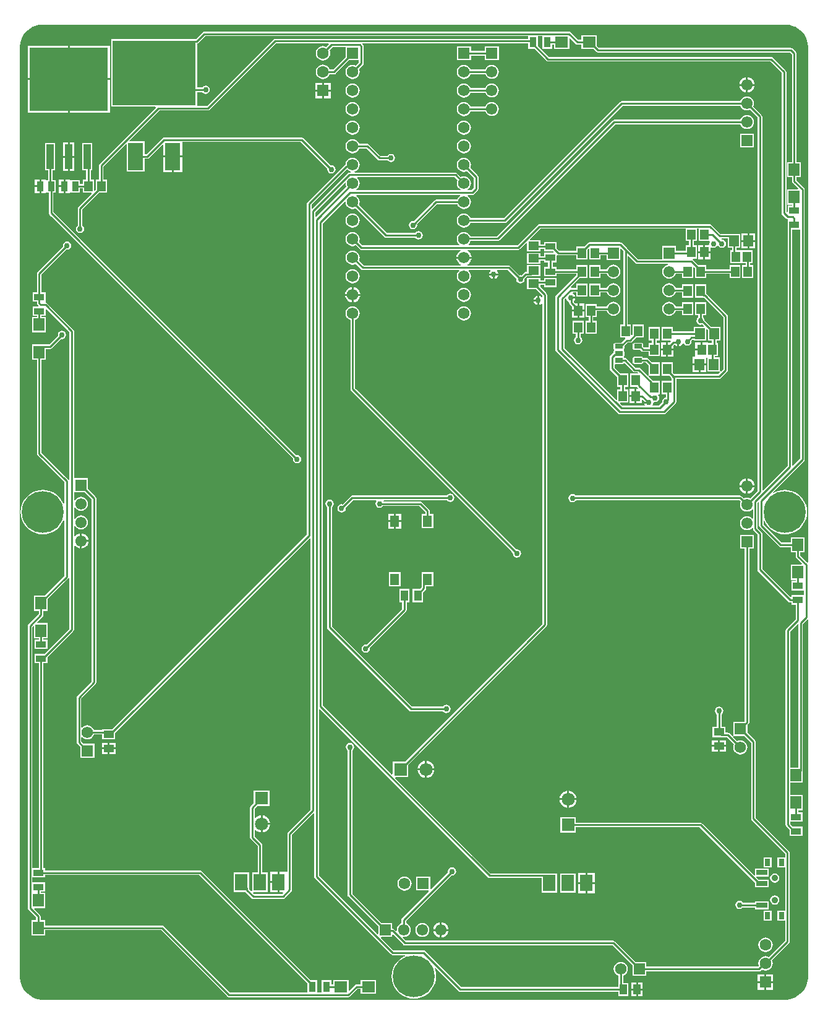
<source format=gbr>
G04*
G04 #@! TF.GenerationSoftware,Altium Limited,Altium Designer,22.4.2 (48)*
G04*
G04 Layer_Physical_Order=1*
G04 Layer_Color=204*
%FSLAX24Y24*%
%MOIN*%
G70*
G04*
G04 #@! TF.SameCoordinates,537B0F5E-1D9E-48F4-ADA7-34FC38263873*
G04*
G04*
G04 #@! TF.FilePolarity,Positive*
G04*
G01*
G75*
%ADD11C,0.0100*%
%ADD18R,0.0689X0.0591*%
%ADD19R,0.0374X0.0571*%
%ADD20R,0.0571X0.0374*%
%ADD21R,0.0591X0.0689*%
%ADD22R,0.0315X0.0394*%
%ADD23R,0.0591X0.0276*%
%ADD24R,0.0531X0.0610*%
%ADD25R,0.0472X0.0571*%
%ADD26R,0.0453X0.0571*%
%ADD27R,0.0571X0.0453*%
%ADD28R,0.0531X0.0374*%
G04:AMPARAMS|DCode=29|XSize=43.3mil|YSize=23.6mil|CornerRadius=2mil|HoleSize=0mil|Usage=FLASHONLY|Rotation=0.000|XOffset=0mil|YOffset=0mil|HoleType=Round|Shape=RoundedRectangle|*
%AMROUNDEDRECTD29*
21,1,0.0433,0.0196,0,0,0.0*
21,1,0.0393,0.0236,0,0,0.0*
1,1,0.0040,0.0196,-0.0098*
1,1,0.0040,-0.0196,-0.0098*
1,1,0.0040,-0.0196,0.0098*
1,1,0.0040,0.0196,0.0098*
%
%ADD29ROUNDEDRECTD29*%
%ADD30R,0.0819X0.1500*%
%ADD31R,0.4500X0.3500*%
%ADD32R,0.0374X0.0531*%
%ADD33R,0.0413X0.0571*%
%ADD34R,0.0512X0.0610*%
%ADD35R,0.0554X0.0396*%
%ADD36R,0.0396X0.0554*%
%ADD41R,0.4213X0.3386*%
%ADD42R,0.0394X0.1339*%
%ADD44C,0.0618*%
%ADD45R,0.0618X0.0618*%
%ADD46C,0.0354*%
%ADD54R,0.0701X0.0902*%
%ADD55R,0.0618X0.0618*%
%ADD58C,0.0709*%
%ADD59R,0.0709X0.0709*%
%ADD60R,0.0610X0.0610*%
%ADD61C,0.0610*%
%ADD62R,0.0610X0.0610*%
%ADD63C,0.2250*%
%ADD64R,0.0709X0.0709*%
%ADD65R,0.0630X0.0630*%
%ADD66C,0.0630*%
%ADD67C,0.0300*%
G36*
X36159Y60481D02*
X22509D01*
X22462Y60472D01*
X22446Y60461D01*
X22423Y60446D01*
X18849Y56872D01*
X18320D01*
Y57620D01*
X18595D01*
X18620Y57584D01*
X18692Y57535D01*
X18778Y57518D01*
X18864Y57535D01*
X18937Y57584D01*
X18985Y57656D01*
X19003Y57742D01*
X18985Y57828D01*
X18937Y57901D01*
X18864Y57949D01*
X18778Y57967D01*
X18692Y57949D01*
X18620Y57901D01*
X18595Y57865D01*
X18320D01*
Y60232D01*
X18347Y60237D01*
X18387Y60263D01*
X18746Y60623D01*
X36159D01*
Y60481D01*
D02*
G37*
G36*
X36927Y59945D02*
X37441D01*
Y60178D01*
X37547D01*
Y59935D01*
X38376D01*
Y60499D01*
X38422Y60518D01*
X38727Y60213D01*
X38767Y60187D01*
X38814Y60178D01*
X39024D01*
Y59935D01*
X39680D01*
X39828Y59787D01*
X39868Y59760D01*
X39914Y59751D01*
X50268D01*
X50378Y59641D01*
Y53853D01*
X50135D01*
Y53024D01*
X50378D01*
Y52814D01*
X50387Y52767D01*
X50413Y52727D01*
X50718Y52422D01*
X50699Y52376D01*
X50135D01*
Y51547D01*
X50378D01*
Y51491D01*
X50145D01*
Y51170D01*
X50095Y51146D01*
X50072Y51163D01*
Y58700D01*
X50063Y58747D01*
X50037Y58787D01*
X49354Y59469D01*
X49315Y59495D01*
X49268Y59505D01*
X37286D01*
X36673Y60118D01*
Y60623D01*
X36927D01*
Y59945D01*
D02*
G37*
G36*
X50823Y37880D02*
X50433Y37490D01*
X50387Y37510D01*
Y50209D01*
X50823D01*
Y37880D01*
D02*
G37*
G36*
X50244Y61229D02*
X50403Y61186D01*
X50554Y61123D01*
X50696Y61042D01*
X50826Y60942D01*
X50942Y60826D01*
X51042Y60696D01*
X51123Y60554D01*
X51186Y60403D01*
X51229Y60244D01*
X51250Y60082D01*
Y60000D01*
Y32307D01*
X51200Y32287D01*
X50822Y32664D01*
Y32824D01*
X51065D01*
Y33653D01*
X50335D01*
Y33361D01*
X49812D01*
X48847Y34326D01*
Y34529D01*
X48897Y34539D01*
X48932Y34456D01*
X49030Y34295D01*
X49152Y34152D01*
X49295Y34030D01*
X49456Y33932D01*
X49630Y33860D01*
X49812Y33816D01*
X50000Y33801D01*
X50188Y33816D01*
X50370Y33860D01*
X50544Y33932D01*
X50705Y34030D01*
X50848Y34152D01*
X50970Y34295D01*
X51068Y34456D01*
X51140Y34630D01*
X51184Y34812D01*
X51199Y35000D01*
X51184Y35188D01*
X51140Y35370D01*
X51068Y35544D01*
X50970Y35705D01*
X50848Y35848D01*
X50705Y35970D01*
X50544Y36068D01*
X50370Y36140D01*
X50188Y36184D01*
X50000Y36199D01*
X49812Y36184D01*
X49630Y36140D01*
X49456Y36068D01*
X49383Y36023D01*
X49351Y36063D01*
X51032Y37743D01*
X51058Y37783D01*
X51068Y37830D01*
Y52368D01*
X51058Y52415D01*
X51032Y52455D01*
X50622Y52864D01*
Y53024D01*
X50865D01*
Y53853D01*
X50622D01*
Y59691D01*
X50613Y59738D01*
X50587Y59778D01*
X50405Y59960D01*
X50365Y59986D01*
X50318Y59995D01*
X39965D01*
X39853Y60108D01*
Y60665D01*
X39024D01*
Y60422D01*
X38864D01*
X38455Y60832D01*
X38415Y60858D01*
X38368Y60868D01*
X18695D01*
X18648Y60858D01*
X18609Y60832D01*
X18249Y60472D01*
X17700D01*
X17688Y60470D01*
X13680D01*
Y56830D01*
X16070D01*
X16089Y56784D01*
X13058Y53753D01*
X13031Y53713D01*
X13022Y53666D01*
Y52905D01*
X12848D01*
Y52368D01*
X12798Y52318D01*
X12752Y52337D01*
Y52905D01*
X12578D01*
Y53392D01*
X12667D01*
Y54871D01*
X12133D01*
Y53392D01*
X12333D01*
Y52905D01*
X12159D01*
Y52672D01*
X12002D01*
Y52886D01*
X11492D01*
X11488Y52886D01*
X11442Y52894D01*
Y52916D01*
X11205D01*
Y52550D01*
Y52184D01*
X11442D01*
Y52206D01*
X11488Y52214D01*
X11492Y52214D01*
X12002D01*
Y52428D01*
X12159D01*
Y52195D01*
X12610D01*
X12629Y52148D01*
X11913Y51433D01*
X11887Y51393D01*
X11878Y51346D01*
Y50433D01*
X11841Y50409D01*
X11793Y50336D01*
X11776Y50250D01*
X11793Y50164D01*
X11841Y50091D01*
X11914Y50043D01*
X12000Y50026D01*
X12086Y50043D01*
X12159Y50091D01*
X12207Y50164D01*
X12224Y50250D01*
X12207Y50336D01*
X12159Y50409D01*
X12122Y50433D01*
Y51296D01*
X13021Y52195D01*
X13441D01*
Y52905D01*
X13267D01*
Y53615D01*
X14474Y54823D01*
X14521Y54804D01*
Y53330D01*
X15479D01*
Y54028D01*
X15628D01*
X15675Y54037D01*
X15715Y54063D01*
X16444Y54793D01*
X16491Y54774D01*
Y54200D01*
X17509D01*
Y54928D01*
X23899D01*
X25334Y53493D01*
X25326Y53450D01*
X25343Y53364D01*
X25391Y53291D01*
X25464Y53243D01*
X25550Y53226D01*
X25636Y53243D01*
X25709Y53291D01*
X25757Y53364D01*
X25774Y53450D01*
X25757Y53536D01*
X25709Y53609D01*
X25636Y53657D01*
X25550Y53674D01*
X25507Y53666D01*
X24037Y55137D01*
X23997Y55163D01*
X23950Y55172D01*
X16528D01*
X16482Y55163D01*
X16442Y55137D01*
X15578Y54272D01*
X15479D01*
Y54970D01*
X14687D01*
X14668Y55016D01*
X16279Y56628D01*
X18900D01*
X18947Y56637D01*
X18987Y56663D01*
X22560Y60237D01*
X25398D01*
X25417Y60191D01*
X25272Y60045D01*
X25201Y60075D01*
X25100Y60088D01*
X24999Y60075D01*
X24906Y60036D01*
X24825Y59975D01*
X24764Y59894D01*
X24725Y59801D01*
X24712Y59700D01*
X24725Y59599D01*
X24764Y59506D01*
X24825Y59425D01*
X24906Y59364D01*
X24999Y59325D01*
X25100Y59312D01*
X25201Y59325D01*
X25294Y59364D01*
X25375Y59425D01*
X25436Y59506D01*
X25475Y59599D01*
X25488Y59700D01*
X25475Y59801D01*
X25445Y59872D01*
X25610Y60037D01*
X26321D01*
Y59494D01*
X25649Y58822D01*
X25466D01*
X25436Y58894D01*
X25375Y58975D01*
X25294Y59036D01*
X25201Y59075D01*
X25100Y59088D01*
X24999Y59075D01*
X24906Y59036D01*
X24825Y58975D01*
X24764Y58894D01*
X24725Y58801D01*
X24712Y58700D01*
X24725Y58600D01*
X24764Y58506D01*
X24825Y58425D01*
X24906Y58364D01*
X24999Y58325D01*
X25100Y58312D01*
X25201Y58325D01*
X25294Y58364D01*
X25375Y58425D01*
X25436Y58506D01*
X25466Y58578D01*
X25700D01*
X25747Y58587D01*
X25787Y58613D01*
X26494Y59321D01*
X27037D01*
Y59210D01*
X26868Y59041D01*
X26799Y59069D01*
X26700Y59082D01*
X26601Y59069D01*
X26509Y59031D01*
X26430Y58970D01*
X26369Y58891D01*
X26331Y58799D01*
X26318Y58700D01*
X26331Y58601D01*
X26369Y58509D01*
X26430Y58430D01*
X26509Y58369D01*
X26601Y58331D01*
X26700Y58318D01*
X26799Y58331D01*
X26891Y58369D01*
X26970Y58430D01*
X27031Y58509D01*
X27069Y58601D01*
X27082Y58700D01*
X27069Y58799D01*
X27041Y58868D01*
X27246Y59073D01*
X27272Y59112D01*
X27281Y59159D01*
Y60071D01*
X27272Y60118D01*
X27246Y60158D01*
X27213Y60191D01*
X27232Y60237D01*
X36159D01*
Y59945D01*
X36500D01*
X37149Y59296D01*
X37189Y59269D01*
X37235Y59260D01*
X49217D01*
X49828Y58649D01*
Y51099D01*
X49837Y51052D01*
X49863Y51013D01*
X50069Y50807D01*
X50109Y50781D01*
X50147Y50773D01*
X50145Y50723D01*
X50145D01*
Y50341D01*
X50142Y50329D01*
Y37482D01*
X48819Y36159D01*
X48772Y36178D01*
Y56300D01*
X48763Y56347D01*
X48737Y56387D01*
X48288Y56835D01*
X48315Y56902D01*
X48328Y57000D01*
X48315Y57098D01*
X48278Y57189D01*
X48218Y57268D01*
X48139Y57328D01*
X48048Y57365D01*
X47950Y57378D01*
X47852Y57365D01*
X47761Y57328D01*
X47682Y57268D01*
X47622Y57189D01*
X47595Y57122D01*
X41200D01*
X41153Y57113D01*
X41113Y57087D01*
X34849Y50822D01*
X33060D01*
X33031Y50891D01*
X32970Y50970D01*
X32891Y51031D01*
X32799Y51069D01*
X32700Y51082D01*
X32601Y51069D01*
X32509Y51031D01*
X32430Y50970D01*
X32369Y50891D01*
X32331Y50799D01*
X32318Y50700D01*
X32331Y50601D01*
X32369Y50509D01*
X32430Y50430D01*
X32509Y50369D01*
X32601Y50331D01*
X32700Y50318D01*
X32799Y50331D01*
X32891Y50369D01*
X32970Y50430D01*
X33031Y50509D01*
X33060Y50578D01*
X34900D01*
X34947Y50587D01*
X34987Y50613D01*
X41251Y56878D01*
X47595D01*
X47622Y56811D01*
X47682Y56732D01*
X47761Y56672D01*
X47852Y56635D01*
X47950Y56622D01*
X48048Y56635D01*
X48115Y56662D01*
X48528Y56249D01*
Y36151D01*
X48115Y35738D01*
X48048Y35765D01*
X47950Y35778D01*
X47852Y35765D01*
X47785Y35738D01*
X47670Y35853D01*
X47630Y35880D01*
X47583Y35889D01*
X38722D01*
X38709Y35909D01*
X38636Y35957D01*
X38550Y35974D01*
X38464Y35957D01*
X38391Y35909D01*
X38343Y35836D01*
X38326Y35750D01*
X38343Y35664D01*
X38391Y35591D01*
X38464Y35543D01*
X38550Y35526D01*
X38636Y35543D01*
X38709Y35591D01*
X38744Y35644D01*
X47532D01*
X47612Y35565D01*
X47585Y35498D01*
X47572Y35400D01*
X47585Y35302D01*
X47622Y35211D01*
X47682Y35132D01*
X47761Y35072D01*
X47852Y35035D01*
X47950Y35022D01*
X48048Y35035D01*
X48139Y35072D01*
X48218Y35132D01*
X48230Y35149D01*
X48278Y35133D01*
Y34667D01*
X48230Y34651D01*
X48218Y34668D01*
X48139Y34728D01*
X48048Y34765D01*
X47950Y34778D01*
X47852Y34765D01*
X47761Y34728D01*
X47682Y34668D01*
X47622Y34589D01*
X47585Y34498D01*
X47572Y34400D01*
X47585Y34302D01*
X47622Y34211D01*
X47682Y34132D01*
X47761Y34072D01*
X47852Y34035D01*
X47950Y34022D01*
X48048Y34035D01*
X48139Y34072D01*
X48218Y34132D01*
X48230Y34149D01*
X48278Y34133D01*
Y34100D01*
X48287Y34053D01*
X48313Y34013D01*
X48528Y33799D01*
Y31900D01*
X48537Y31853D01*
X48563Y31813D01*
Y31813D01*
X48563Y31813D01*
X50197Y30180D01*
X50237Y30153D01*
X50284Y30144D01*
X50345D01*
Y30009D01*
X50578D01*
Y29225D01*
X50068Y28716D01*
X50042Y28676D01*
X50032Y28629D01*
Y18163D01*
X50042Y18116D01*
X50068Y18076D01*
X50245Y17900D01*
Y17559D01*
X50955D01*
Y18073D01*
X50418D01*
X50277Y18214D01*
Y18327D01*
X50955D01*
Y18841D01*
X50722D01*
Y18947D01*
X50965D01*
Y19776D01*
X50277D01*
Y20424D01*
X50965D01*
Y21072D01*
X50968Y21083D01*
Y28986D01*
X51200Y29219D01*
X51250Y29198D01*
Y10000D01*
Y9918D01*
X51229Y9756D01*
X51186Y9597D01*
X51123Y9446D01*
X51042Y9304D01*
X50942Y9174D01*
X50826Y9058D01*
X50696Y8958D01*
X50554Y8877D01*
X50403Y8814D01*
X50244Y8771D01*
X50082Y8750D01*
X9918D01*
X9756Y8771D01*
X9597Y8814D01*
X9446Y8877D01*
X9304Y8958D01*
X9174Y9058D01*
X9058Y9174D01*
X8958Y9304D01*
X8877Y9446D01*
X8814Y9597D01*
X8771Y9756D01*
X8750Y9918D01*
Y10000D01*
Y60000D01*
Y60082D01*
X8771Y60244D01*
X8814Y60403D01*
X8877Y60554D01*
X8958Y60696D01*
X9058Y60826D01*
X9174Y60942D01*
X9304Y61042D01*
X9446Y61123D01*
X9597Y61186D01*
X9756Y61229D01*
X9918Y61250D01*
X50082D01*
X50244Y61229D01*
D02*
G37*
G36*
X48603Y35531D02*
Y34275D01*
X48612Y34228D01*
X48638Y34188D01*
X49675Y33152D01*
X49715Y33125D01*
X49762Y33116D01*
X50335D01*
Y32824D01*
X50578D01*
Y32614D01*
X50587Y32567D01*
X50613Y32527D01*
X50918Y32222D01*
X50899Y32176D01*
X50335D01*
Y31347D01*
X50578D01*
Y31291D01*
X50345D01*
Y30777D01*
X51023D01*
Y30523D01*
X50345D01*
Y30449D01*
X50295Y30428D01*
X48772Y31951D01*
Y33850D01*
X48763Y33897D01*
X48737Y33937D01*
X48522Y34151D01*
Y34273D01*
X48526Y34321D01*
X48527Y34325D01*
X48527Y34375D01*
X48530Y34400D01*
X48527Y34425D01*
X48527Y34475D01*
X48526Y34479D01*
X48522Y34481D01*
Y35332D01*
X48522Y35336D01*
X48530Y35400D01*
X48522Y35464D01*
X48522Y35468D01*
Y35516D01*
X48556Y35551D01*
X48603Y35531D01*
D02*
G37*
G36*
X50723Y28959D02*
Y21253D01*
X50277D01*
Y28579D01*
X50677Y28978D01*
X50723Y28959D01*
D02*
G37*
%LPC*%
G36*
X33079Y60079D02*
X32321D01*
Y59321D01*
X33079D01*
Y59578D01*
X33825D01*
Y59325D01*
X34575D01*
Y60075D01*
X33825D01*
Y59822D01*
X33079D01*
Y60079D01*
D02*
G37*
G36*
X13606Y60097D02*
X11450D01*
Y58355D01*
X13606D01*
Y60097D01*
D02*
G37*
G36*
X11350D02*
X9194D01*
Y58355D01*
X11350D01*
Y60097D01*
D02*
G37*
G36*
X32700Y59082D02*
X32601Y59069D01*
X32509Y59031D01*
X32430Y58970D01*
X32369Y58891D01*
X32331Y58799D01*
X32318Y58700D01*
X32331Y58601D01*
X32369Y58509D01*
X32430Y58430D01*
X32509Y58369D01*
X32601Y58331D01*
X32700Y58318D01*
X32799Y58331D01*
X32891Y58369D01*
X32970Y58430D01*
X33031Y58509D01*
X33060Y58578D01*
X33845D01*
X33872Y58511D01*
X33932Y58432D01*
X34011Y58372D01*
X34102Y58335D01*
X34200Y58322D01*
X34298Y58335D01*
X34389Y58372D01*
X34468Y58432D01*
X34528Y58511D01*
X34565Y58602D01*
X34578Y58700D01*
X34565Y58798D01*
X34528Y58889D01*
X34468Y58968D01*
X34389Y59028D01*
X34298Y59065D01*
X34200Y59078D01*
X34102Y59065D01*
X34011Y59028D01*
X33932Y58968D01*
X33872Y58889D01*
X33845Y58822D01*
X33060D01*
X33031Y58891D01*
X32970Y58970D01*
X32891Y59031D01*
X32799Y59069D01*
X32700Y59082D01*
D02*
G37*
G36*
X48000Y58402D02*
Y58050D01*
X48352D01*
X48345Y58106D01*
X48304Y58204D01*
X48239Y58289D01*
X48154Y58354D01*
X48056Y58395D01*
X48000Y58402D01*
D02*
G37*
G36*
X47900D02*
X47844Y58395D01*
X47746Y58354D01*
X47661Y58289D01*
X47596Y58204D01*
X47555Y58106D01*
X47548Y58050D01*
X47900D01*
Y58402D01*
D02*
G37*
G36*
X25515Y58115D02*
X25150D01*
Y57750D01*
X25515D01*
Y58115D01*
D02*
G37*
G36*
X25050D02*
X24685D01*
Y57750D01*
X25050D01*
Y58115D01*
D02*
G37*
G36*
X48352Y57950D02*
X48000D01*
Y57598D01*
X48056Y57605D01*
X48154Y57646D01*
X48239Y57711D01*
X48304Y57796D01*
X48345Y57894D01*
X48352Y57950D01*
D02*
G37*
G36*
X47900D02*
X47548D01*
X47555Y57894D01*
X47596Y57796D01*
X47661Y57711D01*
X47746Y57646D01*
X47844Y57605D01*
X47900Y57598D01*
Y57950D01*
D02*
G37*
G36*
X32700Y58082D02*
X32601Y58069D01*
X32509Y58031D01*
X32430Y57970D01*
X32369Y57891D01*
X32331Y57799D01*
X32318Y57700D01*
X32331Y57601D01*
X32369Y57509D01*
X32430Y57430D01*
X32509Y57369D01*
X32601Y57331D01*
X32700Y57318D01*
X32799Y57331D01*
X32891Y57369D01*
X32970Y57430D01*
X33031Y57509D01*
X33060Y57578D01*
X33845D01*
X33872Y57511D01*
X33932Y57432D01*
X34011Y57372D01*
X34102Y57335D01*
X34200Y57322D01*
X34298Y57335D01*
X34389Y57372D01*
X34468Y57432D01*
X34528Y57511D01*
X34565Y57602D01*
X34578Y57700D01*
X34565Y57798D01*
X34528Y57889D01*
X34468Y57968D01*
X34389Y58028D01*
X34298Y58065D01*
X34200Y58078D01*
X34102Y58065D01*
X34011Y58028D01*
X33932Y57968D01*
X33872Y57889D01*
X33845Y57822D01*
X33060D01*
X33031Y57891D01*
X32970Y57970D01*
X32891Y58031D01*
X32799Y58069D01*
X32700Y58082D01*
D02*
G37*
G36*
X26700D02*
X26601Y58069D01*
X26509Y58031D01*
X26430Y57970D01*
X26369Y57891D01*
X26331Y57799D01*
X26318Y57700D01*
X26331Y57601D01*
X26369Y57509D01*
X26430Y57430D01*
X26509Y57369D01*
X26601Y57331D01*
X26700Y57318D01*
X26799Y57331D01*
X26891Y57369D01*
X26970Y57430D01*
X27031Y57509D01*
X27069Y57601D01*
X27082Y57700D01*
X27069Y57799D01*
X27031Y57891D01*
X26970Y57970D01*
X26891Y58031D01*
X26799Y58069D01*
X26700Y58082D01*
D02*
G37*
G36*
X25515Y57650D02*
X25150D01*
Y57285D01*
X25515D01*
Y57650D01*
D02*
G37*
G36*
X25050D02*
X24685D01*
Y57285D01*
X25050D01*
Y57650D01*
D02*
G37*
G36*
X13606Y58255D02*
X11450D01*
Y56512D01*
X13606D01*
Y58255D01*
D02*
G37*
G36*
X11350D02*
X9194D01*
Y56512D01*
X11350D01*
Y58255D01*
D02*
G37*
G36*
X32700Y57082D02*
X32601Y57069D01*
X32509Y57031D01*
X32430Y56970D01*
X32369Y56891D01*
X32331Y56799D01*
X32318Y56700D01*
X32331Y56601D01*
X32369Y56509D01*
X32430Y56430D01*
X32509Y56369D01*
X32601Y56331D01*
X32700Y56318D01*
X32799Y56331D01*
X32891Y56369D01*
X32970Y56430D01*
X33031Y56509D01*
X33060Y56578D01*
X33845D01*
X33872Y56511D01*
X33932Y56432D01*
X34011Y56372D01*
X34102Y56335D01*
X34200Y56322D01*
X34298Y56335D01*
X34389Y56372D01*
X34468Y56432D01*
X34528Y56511D01*
X34565Y56602D01*
X34578Y56700D01*
X34565Y56798D01*
X34528Y56889D01*
X34468Y56968D01*
X34389Y57028D01*
X34298Y57065D01*
X34200Y57078D01*
X34102Y57065D01*
X34011Y57028D01*
X33932Y56968D01*
X33872Y56889D01*
X33845Y56822D01*
X33060D01*
X33031Y56891D01*
X32970Y56970D01*
X32891Y57031D01*
X32799Y57069D01*
X32700Y57082D01*
D02*
G37*
G36*
X26700D02*
X26601Y57069D01*
X26509Y57031D01*
X26430Y56970D01*
X26369Y56891D01*
X26331Y56799D01*
X26318Y56700D01*
X26331Y56601D01*
X26369Y56509D01*
X26430Y56430D01*
X26509Y56369D01*
X26601Y56331D01*
X26700Y56318D01*
X26799Y56331D01*
X26891Y56369D01*
X26970Y56430D01*
X27031Y56509D01*
X27069Y56601D01*
X27082Y56700D01*
X27069Y56799D01*
X27031Y56891D01*
X26970Y56970D01*
X26891Y57031D01*
X26799Y57069D01*
X26700Y57082D01*
D02*
G37*
G36*
X47950Y56378D02*
X47852Y56365D01*
X47761Y56328D01*
X47682Y56268D01*
X47622Y56189D01*
X47595Y56122D01*
X40800D01*
X40753Y56113D01*
X40713Y56087D01*
X34470Y49843D01*
X33051D01*
X33031Y49891D01*
X32970Y49970D01*
X32891Y50031D01*
X32799Y50069D01*
X32700Y50082D01*
X32601Y50069D01*
X32509Y50031D01*
X32430Y49970D01*
X32369Y49891D01*
X32331Y49799D01*
X32318Y49700D01*
X32331Y49601D01*
X32369Y49509D01*
X32430Y49430D01*
X32451Y49413D01*
X32434Y49363D01*
X27210D01*
X27041Y49532D01*
X27069Y49601D01*
X27082Y49700D01*
X27069Y49799D01*
X27031Y49891D01*
X26970Y49970D01*
X26891Y50031D01*
X26799Y50069D01*
X26700Y50082D01*
X26601Y50069D01*
X26509Y50031D01*
X26430Y49970D01*
X26369Y49891D01*
X26331Y49799D01*
X26318Y49700D01*
X26331Y49601D01*
X26369Y49509D01*
X26430Y49430D01*
X26509Y49369D01*
X26601Y49331D01*
X26700Y49318D01*
X26799Y49331D01*
X26868Y49359D01*
X27073Y49154D01*
X27112Y49128D01*
X27159Y49119D01*
X32511D01*
X32521Y49069D01*
X32494Y49057D01*
X32408Y48992D01*
X32343Y48906D01*
X32301Y48807D01*
X32294Y48750D01*
X32700D01*
X33106D01*
X33099Y48807D01*
X33057Y48906D01*
X32992Y48992D01*
X32906Y49057D01*
X32879Y49069D01*
X32889Y49119D01*
X35623D01*
X35669Y49128D01*
X35709Y49154D01*
X36048Y49494D01*
X36095Y49475D01*
Y49048D01*
X36805D01*
Y49173D01*
X37014D01*
Y49038D01*
X37508D01*
X37532Y49008D01*
X37512Y48962D01*
X37014D01*
Y48778D01*
X36805D01*
Y48952D01*
X36095D01*
Y48359D01*
X36805D01*
Y48533D01*
X37014D01*
Y48448D01*
X37228D01*
Y48202D01*
X37014D01*
Y47688D01*
X37686D01*
Y47823D01*
X38759D01*
Y47768D01*
X37663Y46672D01*
X37637Y46632D01*
X37628Y46585D01*
Y43749D01*
X37637Y43702D01*
X37663Y43662D01*
X41012Y40313D01*
X41052Y40287D01*
X41099Y40278D01*
X43474D01*
X43521Y40287D01*
X43561Y40313D01*
X44107Y40860D01*
X44134Y40900D01*
X44143Y40947D01*
Y42178D01*
X46450D01*
X46497Y42187D01*
X46537Y42213D01*
X46887Y42563D01*
X46913Y42603D01*
X46922Y42650D01*
Y45544D01*
X46913Y45591D01*
X46887Y45631D01*
X45766Y46751D01*
X45741Y46768D01*
Y47255D01*
X45148D01*
Y46545D01*
X45609D01*
X45621Y46542D01*
X45629D01*
X46678Y45494D01*
Y42701D01*
X46553Y42576D01*
X46503Y42597D01*
X46503Y42616D01*
Y43325D01*
X46218D01*
Y43395D01*
X46402D01*
Y44105D01*
X46306D01*
Y44225D01*
X46520D01*
Y44975D01*
X46021D01*
X45669Y45327D01*
X45657Y45386D01*
X45609Y45459D01*
X45572Y45483D01*
Y45595D01*
X45741D01*
Y46305D01*
X45148D01*
Y45595D01*
X45328D01*
Y45483D01*
X45291Y45459D01*
X45243Y45386D01*
X45226Y45300D01*
X45243Y45214D01*
X45291Y45141D01*
X45364Y45093D01*
X45450Y45076D01*
X45536Y45093D01*
X45549Y45101D01*
X45629Y45021D01*
X45610Y44975D01*
X45080D01*
Y44722D01*
X43941D01*
Y44955D01*
X43348D01*
Y44245D01*
X43836D01*
X43857Y44195D01*
X43798Y44135D01*
X43694D01*
Y43800D01*
X43971D01*
Y43962D01*
X44005Y43996D01*
X44060Y44002D01*
X44143Y43947D01*
X44190Y43937D01*
Y44182D01*
X44290D01*
Y43937D01*
X44338Y43947D01*
X44421Y44002D01*
X44476Y44085D01*
X44480Y44107D01*
X44531D01*
X44533Y44097D01*
X44582Y44024D01*
X44654Y43975D01*
X44740Y43958D01*
X44826Y43975D01*
X44899Y44024D01*
X44948Y44097D01*
X44965Y44182D01*
X44956Y44225D01*
X45003Y44272D01*
X45080D01*
Y44225D01*
X45752D01*
Y44833D01*
X45798Y44852D01*
X45848Y44802D01*
Y44225D01*
X46062D01*
Y44105D01*
X45841D01*
Y44135D01*
X45555D01*
Y43750D01*
X45505D01*
Y43700D01*
X45168D01*
Y43405D01*
X45168Y43365D01*
X45122Y43355D01*
X45034D01*
Y43000D01*
X45400D01*
X45766D01*
X45766Y43335D01*
X45789Y43342D01*
X45798Y43338D01*
X45832Y43306D01*
Y43295D01*
X45832Y42575D01*
X46460D01*
X46481Y42575D01*
X46502Y42525D01*
X46399Y42422D01*
X44036D01*
X43941Y42518D01*
Y43055D01*
X43348D01*
Y42345D01*
X43768D01*
X43849Y42263D01*
X43855Y42235D01*
X43881Y42196D01*
X43899Y42178D01*
Y42055D01*
X43348D01*
Y41345D01*
X43578D01*
Y41170D01*
X43514Y41157D01*
X43441Y41109D01*
X43393Y41036D01*
X43376Y40950D01*
X43384Y40907D01*
X43199Y40722D01*
X42885D01*
X42861Y40766D01*
X42885Y40802D01*
X42904Y40894D01*
X42908Y40903D01*
X42949Y40936D01*
X43000Y40926D01*
X43086Y40943D01*
X43159Y40991D01*
X43207Y41064D01*
X43224Y41150D01*
X43207Y41236D01*
X43168Y41295D01*
X43188Y41345D01*
X43252D01*
Y42055D01*
X42879D01*
X42866Y42076D01*
X42638Y42303D01*
X42668Y42345D01*
X42706Y42345D01*
X43252D01*
Y43055D01*
X42832D01*
X42625Y43263D01*
X42585Y43289D01*
X42539Y43298D01*
X42357D01*
X42355Y43309D01*
X42335Y43339D01*
X42305Y43359D01*
X42270Y43366D01*
X41877D01*
X41842Y43359D01*
X41812Y43339D01*
X41792Y43309D01*
X41785Y43274D01*
Y43078D01*
X41792Y43043D01*
X41812Y43013D01*
X41842Y42993D01*
X41877Y42986D01*
X42270D01*
X42305Y42993D01*
X42335Y43013D01*
X42355Y43043D01*
X42357Y43054D01*
X42488D01*
X42659Y42882D01*
Y42394D01*
X42659Y42353D01*
X42618Y42324D01*
X42205Y42737D01*
X42165Y42763D01*
X42118Y42772D01*
X41951D01*
X41461Y43263D01*
X41421Y43289D01*
X41374Y43298D01*
X41333D01*
X41331Y43309D01*
X41311Y43339D01*
Y43387D01*
X41331Y43417D01*
X41338Y43452D01*
Y43648D01*
X41331Y43683D01*
X41311Y43713D01*
Y43761D01*
X41331Y43791D01*
X41338Y43826D01*
Y43941D01*
X41528Y44131D01*
X41657D01*
X41704Y44140D01*
X41743Y44167D01*
X41971Y44395D01*
X42391D01*
Y45105D01*
X41798D01*
Y44568D01*
X41748Y44518D01*
X41702Y44537D01*
Y45105D01*
X41528D01*
Y48756D01*
X41574Y48775D01*
X41941Y48408D01*
X41981Y48382D01*
X42027Y48373D01*
X43702D01*
X43706Y48323D01*
X43652Y48315D01*
X43561Y48278D01*
X43482Y48218D01*
X43422Y48139D01*
X43385Y48048D01*
X43372Y47950D01*
X43385Y47852D01*
X43422Y47761D01*
X43482Y47682D01*
X43561Y47622D01*
X43652Y47585D01*
X43750Y47572D01*
X43848Y47585D01*
X43939Y47622D01*
X44018Y47682D01*
X44078Y47761D01*
X44105Y47828D01*
X44459D01*
Y47595D01*
X45052D01*
Y48163D01*
X45098Y48182D01*
X45148Y48132D01*
Y47595D01*
X45741D01*
Y47828D01*
X47009D01*
Y47595D01*
X47602D01*
Y48305D01*
X47009D01*
Y48072D01*
X45741D01*
Y48305D01*
X45321D01*
X45045Y48581D01*
X45025Y48595D01*
X45041Y48645D01*
X45252D01*
Y49355D01*
X45078D01*
Y49595D01*
X45252D01*
Y50263D01*
X45348D01*
Y49595D01*
X45903D01*
X45922Y49595D01*
X45952Y49549D01*
X45943Y49536D01*
X45926Y49450D01*
X45931Y49424D01*
X45899Y49385D01*
X45694D01*
Y49050D01*
X45971D01*
Y49245D01*
X46021Y49272D01*
X46064Y49243D01*
X46150Y49226D01*
X46236Y49243D01*
X46309Y49291D01*
X46347Y49349D01*
X46352Y49351D01*
X46398D01*
X46403Y49349D01*
X46441Y49291D01*
X46514Y49243D01*
X46600Y49226D01*
X46686Y49243D01*
X46759Y49291D01*
X46807Y49364D01*
X46824Y49450D01*
X46807Y49536D01*
X46759Y49609D01*
X46686Y49657D01*
X46600Y49674D01*
X46584Y49671D01*
X46575Y49683D01*
X46598Y49733D01*
X46930D01*
Y49225D01*
X47144D01*
Y49105D01*
X47049D01*
Y48395D01*
X47872D01*
Y48305D01*
X47698D01*
Y47595D01*
X48291D01*
Y48305D01*
X48117D01*
Y48395D01*
X48252D01*
Y49105D01*
X47388D01*
Y49225D01*
X47602D01*
Y49975D01*
X47062D01*
X47050Y49977D01*
X46528D01*
X46034Y50472D01*
X45994Y50498D01*
X45947Y50508D01*
X36767D01*
X36720Y50498D01*
X36680Y50472D01*
X35572Y49363D01*
X32966D01*
X32949Y49413D01*
X32970Y49430D01*
X33031Y49509D01*
X33068Y49599D01*
X34521D01*
X34568Y49608D01*
X34607Y49634D01*
X40851Y55878D01*
X47595D01*
X47622Y55811D01*
X47682Y55732D01*
X47761Y55672D01*
X47852Y55635D01*
X47950Y55622D01*
X48048Y55635D01*
X48139Y55672D01*
X48218Y55732D01*
X48278Y55811D01*
X48315Y55902D01*
X48328Y56000D01*
X48315Y56098D01*
X48278Y56189D01*
X48218Y56268D01*
X48139Y56328D01*
X48048Y56365D01*
X47950Y56378D01*
D02*
G37*
G36*
X32700Y56082D02*
X32601Y56069D01*
X32509Y56031D01*
X32430Y55970D01*
X32369Y55891D01*
X32331Y55799D01*
X32318Y55700D01*
X32331Y55601D01*
X32369Y55509D01*
X32430Y55430D01*
X32509Y55369D01*
X32601Y55331D01*
X32700Y55318D01*
X32799Y55331D01*
X32891Y55369D01*
X32970Y55430D01*
X33031Y55509D01*
X33069Y55601D01*
X33082Y55700D01*
X33069Y55799D01*
X33031Y55891D01*
X32970Y55970D01*
X32891Y56031D01*
X32799Y56069D01*
X32700Y56082D01*
D02*
G37*
G36*
X26700D02*
X26601Y56069D01*
X26509Y56031D01*
X26430Y55970D01*
X26369Y55891D01*
X26331Y55799D01*
X26318Y55700D01*
X26331Y55601D01*
X26369Y55509D01*
X26430Y55430D01*
X26509Y55369D01*
X26601Y55331D01*
X26700Y55318D01*
X26799Y55331D01*
X26891Y55369D01*
X26970Y55430D01*
X27031Y55509D01*
X27069Y55601D01*
X27082Y55700D01*
X27069Y55799D01*
X27031Y55891D01*
X26970Y55970D01*
X26891Y56031D01*
X26799Y56069D01*
X26700Y56082D01*
D02*
G37*
G36*
X48325Y55375D02*
X47575D01*
Y54625D01*
X48325D01*
Y55375D01*
D02*
G37*
G36*
X32700Y55082D02*
X32601Y55069D01*
X32509Y55031D01*
X32430Y54970D01*
X32369Y54891D01*
X32331Y54799D01*
X32318Y54700D01*
X32331Y54601D01*
X32369Y54509D01*
X32430Y54430D01*
X32509Y54369D01*
X32601Y54331D01*
X32700Y54318D01*
X32799Y54331D01*
X32891Y54369D01*
X32970Y54430D01*
X33031Y54509D01*
X33069Y54601D01*
X33082Y54700D01*
X33069Y54799D01*
X33031Y54891D01*
X32970Y54970D01*
X32891Y55031D01*
X32799Y55069D01*
X32700Y55082D01*
D02*
G37*
G36*
X11697Y54901D02*
X11450D01*
Y54181D01*
X11697D01*
Y54901D01*
D02*
G37*
G36*
X11350D02*
X11103D01*
Y54181D01*
X11350D01*
Y54901D01*
D02*
G37*
G36*
X26700Y55082D02*
X26601Y55069D01*
X26509Y55031D01*
X26430Y54970D01*
X26369Y54891D01*
X26331Y54799D01*
X26318Y54700D01*
X26331Y54601D01*
X26369Y54509D01*
X26430Y54430D01*
X26509Y54369D01*
X26601Y54331D01*
X26700Y54318D01*
X26799Y54331D01*
X26891Y54369D01*
X26970Y54430D01*
X27031Y54509D01*
X27060Y54578D01*
X27449D01*
X28051Y53976D01*
X28091Y53949D01*
X28138Y53940D01*
X28579D01*
X28604Y53904D01*
X28676Y53855D01*
X28762Y53838D01*
X28848Y53855D01*
X28921Y53904D01*
X28969Y53976D01*
X28986Y54062D01*
X28969Y54148D01*
X28921Y54221D01*
X28848Y54269D01*
X28762Y54286D01*
X28676Y54269D01*
X28604Y54221D01*
X28579Y54184D01*
X28189D01*
X27587Y54787D01*
X27547Y54813D01*
X27500Y54822D01*
X27060D01*
X27031Y54891D01*
X26970Y54970D01*
X26891Y55031D01*
X26799Y55069D01*
X26700Y55082D01*
D02*
G37*
G36*
X11697Y54081D02*
X11450D01*
Y53362D01*
X11697D01*
Y54081D01*
D02*
G37*
G36*
X11350D02*
X11103D01*
Y53362D01*
X11350D01*
Y54081D01*
D02*
G37*
G36*
X17509Y54100D02*
X17050D01*
Y53300D01*
X17509D01*
Y54100D01*
D02*
G37*
G36*
X16950D02*
X16491D01*
Y53300D01*
X16950D01*
Y54100D01*
D02*
G37*
G36*
X10667Y54871D02*
X10133D01*
Y53392D01*
X10278D01*
Y52886D01*
X10192D01*
X10188Y52886D01*
X10142Y52894D01*
Y52916D01*
X9905D01*
Y52550D01*
Y52184D01*
X10142D01*
Y52206D01*
X10188Y52214D01*
X10192Y52214D01*
X10323D01*
Y51105D01*
X10332Y51058D01*
X10359Y51018D01*
X23484Y37893D01*
X23476Y37850D01*
X23493Y37764D01*
X23541Y37691D01*
X23614Y37643D01*
X23700Y37626D01*
X23786Y37643D01*
X23859Y37691D01*
X23907Y37764D01*
X23924Y37850D01*
X23907Y37936D01*
X23859Y38009D01*
X23786Y38057D01*
X23700Y38074D01*
X23657Y38066D01*
X10568Y51155D01*
Y52214D01*
X10702D01*
Y52886D01*
X10522D01*
Y53392D01*
X10667D01*
Y54871D01*
D02*
G37*
G36*
X11105Y52916D02*
X10868D01*
Y52600D01*
X11105D01*
Y52916D01*
D02*
G37*
G36*
X9805D02*
X9568D01*
Y52600D01*
X9805D01*
Y52916D01*
D02*
G37*
G36*
X32700Y54082D02*
X32601Y54069D01*
X32509Y54031D01*
X32430Y53970D01*
X32369Y53891D01*
X32331Y53799D01*
X32318Y53700D01*
X32331Y53601D01*
X32369Y53509D01*
X32430Y53430D01*
X32509Y53369D01*
X32601Y53331D01*
X32700Y53318D01*
X32799Y53331D01*
X32868Y53359D01*
X33228Y52999D01*
Y52451D01*
X33099Y52322D01*
X32909D01*
X32896Y52357D01*
X32896Y52372D01*
X32970Y52430D01*
X33031Y52509D01*
X33069Y52601D01*
X33082Y52700D01*
X33069Y52799D01*
X33031Y52891D01*
X32970Y52970D01*
X32891Y53031D01*
X32799Y53069D01*
X32700Y53082D01*
X32601Y53069D01*
X32532Y53041D01*
X32327Y53246D01*
X32288Y53272D01*
X32241Y53281D01*
X26806D01*
X26799Y53331D01*
X26891Y53369D01*
X26970Y53430D01*
X27031Y53509D01*
X27069Y53601D01*
X27082Y53700D01*
X27069Y53799D01*
X27031Y53891D01*
X26970Y53970D01*
X26891Y54031D01*
X26799Y54069D01*
X26700Y54082D01*
X26601Y54069D01*
X26509Y54031D01*
X26430Y53970D01*
X26369Y53891D01*
X26331Y53799D01*
X26320Y53717D01*
X26304Y53714D01*
X26264Y53687D01*
X24263Y51687D01*
X24237Y51647D01*
X24228Y51600D01*
Y33796D01*
X13724Y23292D01*
X13203D01*
Y23272D01*
X12760D01*
X12731Y23341D01*
X12670Y23420D01*
X12591Y23481D01*
X12499Y23519D01*
X12400Y23532D01*
X12301Y23519D01*
X12209Y23481D01*
X12130Y23420D01*
X12113Y23399D01*
X12063Y23416D01*
Y24962D01*
X12837Y25735D01*
X12863Y25775D01*
X12872Y25822D01*
Y35750D01*
X12863Y35797D01*
X12837Y35837D01*
X12807Y35866D01*
X12807Y35866D01*
X12425Y36248D01*
Y36825D01*
X11675Y36825D01*
X11672Y36874D01*
Y44751D01*
X11663Y44798D01*
X11637Y44837D01*
X10231Y46243D01*
X10191Y46269D01*
X10153Y46277D01*
X10155Y46327D01*
X10155D01*
Y46841D01*
X9922D01*
Y47799D01*
X11257Y49134D01*
X11300Y49126D01*
X11386Y49143D01*
X11459Y49191D01*
X11507Y49264D01*
X11524Y49350D01*
X11507Y49436D01*
X11459Y49509D01*
X11386Y49557D01*
X11300Y49574D01*
X11214Y49557D01*
X11141Y49509D01*
X11093Y49436D01*
X11076Y49350D01*
X11084Y49307D01*
X9713Y47937D01*
X9687Y47897D01*
X9678Y47850D01*
Y46841D01*
X9445D01*
Y46327D01*
X9678D01*
Y46247D01*
X9687Y46200D01*
X9713Y46160D01*
X9754Y46119D01*
X9735Y46073D01*
X9445D01*
Y45559D01*
X9678D01*
Y45503D01*
X9435D01*
Y44674D01*
X10165D01*
Y45503D01*
X9922D01*
Y45559D01*
X10155D01*
Y45907D01*
X10202Y45926D01*
X11428Y44700D01*
Y36755D01*
X11378Y36740D01*
X11362Y36764D01*
X9922Y38203D01*
Y43197D01*
X10165D01*
Y43784D01*
X10392D01*
X10439Y43793D01*
X10479Y43820D01*
X10985Y44326D01*
X11028Y44318D01*
X11114Y44335D01*
X11187Y44384D01*
X11235Y44456D01*
X11253Y44542D01*
X11235Y44628D01*
X11187Y44701D01*
X11114Y44749D01*
X11028Y44767D01*
X10942Y44749D01*
X10870Y44701D01*
X10821Y44628D01*
X10804Y44542D01*
X10812Y44499D01*
X10342Y44029D01*
X10045D01*
X10033Y44026D01*
X9435D01*
Y43197D01*
X9678D01*
Y38152D01*
X9687Y38106D01*
X9713Y38066D01*
X11153Y36627D01*
Y35471D01*
X11103Y35461D01*
X11068Y35544D01*
X10970Y35705D01*
X10848Y35848D01*
X10705Y35970D01*
X10544Y36068D01*
X10370Y36140D01*
X10188Y36184D01*
X10000Y36199D01*
X9812Y36184D01*
X9630Y36140D01*
X9456Y36068D01*
X9295Y35970D01*
X9152Y35848D01*
X9030Y35705D01*
X8932Y35544D01*
X8860Y35370D01*
X8816Y35188D01*
X8801Y35000D01*
X8816Y34812D01*
X8860Y34630D01*
X8932Y34456D01*
X9030Y34295D01*
X9152Y34152D01*
X9295Y34030D01*
X9456Y33932D01*
X9630Y33860D01*
X9812Y33816D01*
X10000Y33801D01*
X10188Y33816D01*
X10370Y33860D01*
X10544Y33932D01*
X10705Y34030D01*
X10848Y34152D01*
X10970Y34295D01*
X11068Y34456D01*
X11103Y34539D01*
X11153Y34529D01*
Y31563D01*
X10092Y30503D01*
X9535D01*
Y29674D01*
X9778D01*
Y29514D01*
X9218Y28955D01*
X9192Y28915D01*
X9182Y28868D01*
Y13682D01*
X9192Y13635D01*
X9218Y13595D01*
X9628Y13186D01*
Y13026D01*
X9385D01*
Y12197D01*
X10115D01*
Y12489D01*
X16378D01*
X19949Y8918D01*
X19989Y8892D01*
X20035Y8882D01*
X26468D01*
X26515Y8892D01*
X26555Y8918D01*
X26964Y9328D01*
X27124D01*
Y9085D01*
X27953D01*
Y9815D01*
X27124D01*
Y9572D01*
X26914D01*
X26867Y9563D01*
X26827Y9537D01*
X26522Y9232D01*
X26476Y9251D01*
Y9815D01*
X25647D01*
Y9572D01*
X25541D01*
Y9805D01*
X25027D01*
Y9127D01*
X24773D01*
Y9805D01*
X24432D01*
X18567Y15670D01*
X18528Y15697D01*
X18481Y15706D01*
X10105D01*
Y15841D01*
X10022D01*
Y26859D01*
X10255D01*
Y27200D01*
X11637Y28581D01*
X11663Y28621D01*
X11672Y28668D01*
Y33195D01*
X11722Y33212D01*
X11761Y33161D01*
X11846Y33096D01*
X11944Y33055D01*
X12000Y33048D01*
Y33450D01*
Y33852D01*
X11944Y33845D01*
X11846Y33804D01*
X11761Y33739D01*
X11722Y33688D01*
X11672Y33705D01*
Y34251D01*
X11722Y34261D01*
X11782Y34182D01*
X11861Y34122D01*
X11952Y34085D01*
X12050Y34072D01*
X12148Y34085D01*
X12239Y34122D01*
X12318Y34182D01*
X12378Y34261D01*
X12415Y34352D01*
X12428Y34450D01*
X12415Y34548D01*
X12378Y34639D01*
X12318Y34718D01*
X12239Y34778D01*
X12148Y34815D01*
X12050Y34828D01*
X11952Y34815D01*
X11861Y34778D01*
X11782Y34718D01*
X11722Y34639D01*
X11672Y34649D01*
Y35251D01*
X11722Y35261D01*
X11782Y35182D01*
X11861Y35122D01*
X11952Y35085D01*
X12050Y35072D01*
X12148Y35085D01*
X12239Y35122D01*
X12318Y35182D01*
X12378Y35261D01*
X12415Y35352D01*
X12428Y35450D01*
X12415Y35548D01*
X12378Y35639D01*
X12318Y35718D01*
X12239Y35778D01*
X12148Y35815D01*
X12050Y35828D01*
X11952Y35815D01*
X11861Y35778D01*
X11782Y35718D01*
X11722Y35639D01*
X11672Y35649D01*
Y36026D01*
X11675Y36075D01*
X11722Y36075D01*
X12252D01*
X12628Y35699D01*
Y25872D01*
X11854Y25099D01*
X11828Y25059D01*
X11819Y25013D01*
Y22609D01*
X11828Y22562D01*
X11854Y22523D01*
X12021Y22356D01*
Y21771D01*
X12779D01*
Y22529D01*
X12194D01*
X12063Y22660D01*
Y22884D01*
X12113Y22901D01*
X12130Y22880D01*
X12209Y22819D01*
X12301Y22781D01*
X12400Y22768D01*
X12499Y22781D01*
X12591Y22819D01*
X12670Y22880D01*
X12731Y22959D01*
X12760Y23028D01*
X13203D01*
Y22756D01*
X13897D01*
Y23119D01*
X24381Y33604D01*
X24428Y33585D01*
Y18974D01*
X23213Y17760D01*
X23187Y17720D01*
X23178Y17674D01*
Y15663D01*
X23150Y15624D01*
X22750D01*
Y15074D01*
Y14523D01*
X22924D01*
X22943Y14477D01*
X22889Y14422D01*
X21401D01*
X21320Y14503D01*
X21341Y14553D01*
X22120D01*
Y15594D01*
X21822D01*
Y17072D01*
X21813Y17119D01*
X21787Y17159D01*
X21407Y17538D01*
Y17885D01*
X21455Y17901D01*
X21465Y17887D01*
X21560Y17814D01*
X21671Y17768D01*
X21739Y17759D01*
Y18211D01*
Y18663D01*
X21671Y18654D01*
X21560Y18608D01*
X21465Y18535D01*
X21455Y18521D01*
X21407Y18537D01*
Y19034D01*
X21538Y19165D01*
X22214D01*
Y20013D01*
X21365D01*
Y19338D01*
X21199Y19171D01*
X21172Y19131D01*
X21163Y19085D01*
Y17487D01*
X21172Y17440D01*
X21199Y17400D01*
X21578Y17021D01*
Y15594D01*
X21280D01*
Y14614D01*
X21230Y14593D01*
X21123Y14700D01*
Y14773D01*
X21120Y14785D01*
Y15594D01*
X20280D01*
Y14553D01*
X20924D01*
X21263Y14213D01*
X21303Y14187D01*
X21350Y14178D01*
X22940D01*
X22987Y14187D01*
X23026Y14213D01*
X23387Y14574D01*
X23413Y14613D01*
X23422Y14660D01*
Y17623D01*
X24581Y18782D01*
X24628Y18763D01*
Y15378D01*
X24637Y15331D01*
X24663Y15291D01*
X28766Y11188D01*
X28806Y11162D01*
X28853Y11153D01*
X29529D01*
X29539Y11103D01*
X29456Y11068D01*
X29295Y10970D01*
X29152Y10848D01*
X29030Y10705D01*
X28932Y10544D01*
X28860Y10370D01*
X28816Y10188D01*
X28801Y10000D01*
X28816Y9812D01*
X28860Y9630D01*
X28932Y9456D01*
X29030Y9295D01*
X29152Y9152D01*
X29295Y9030D01*
X29456Y8932D01*
X29630Y8860D01*
X29812Y8816D01*
X30000Y8801D01*
X30188Y8816D01*
X30370Y8860D01*
X30544Y8932D01*
X30705Y9030D01*
X30848Y9152D01*
X30970Y9295D01*
X31068Y9456D01*
X31140Y9630D01*
X31184Y9812D01*
X31199Y10000D01*
X31184Y10188D01*
X31140Y10370D01*
X31105Y10454D01*
X31148Y10482D01*
X32417Y9213D01*
X32456Y9187D01*
X32503Y9178D01*
X41008D01*
Y8953D01*
X41544D01*
Y9647D01*
X41272D01*
Y10040D01*
X41341Y10069D01*
X41420Y10130D01*
X41481Y10209D01*
X41519Y10301D01*
X41532Y10400D01*
X41519Y10499D01*
X41481Y10591D01*
X41420Y10670D01*
X41341Y10731D01*
X41249Y10769D01*
X41150Y10782D01*
X41051Y10769D01*
X40959Y10731D01*
X40880Y10670D01*
X40819Y10591D01*
X40781Y10499D01*
X40768Y10400D01*
X40781Y10301D01*
X40819Y10209D01*
X40880Y10130D01*
X40959Y10069D01*
X41028Y10040D01*
Y9647D01*
X41008D01*
Y9422D01*
X32554D01*
X30615Y11362D01*
X30575Y11388D01*
X30528Y11397D01*
X28903D01*
X28222Y12079D01*
X28241Y12125D01*
X28825D01*
Y12243D01*
X28871Y12262D01*
X29420Y11713D01*
X29460Y11687D01*
X29506Y11678D01*
X40699D01*
X41771Y10606D01*
Y10021D01*
X42529D01*
Y10278D01*
X48592D01*
X48639Y10287D01*
X48679Y10313D01*
X48741Y10375D01*
X48756Y10364D01*
X48850Y10325D01*
X48950Y10312D01*
X49050Y10325D01*
X49144Y10364D01*
X49225Y10425D01*
X49286Y10506D01*
X49325Y10599D01*
X49338Y10700D01*
X49325Y10800D01*
X49295Y10872D01*
X50224Y11801D01*
X50250Y11841D01*
X50260Y11887D01*
Y16663D01*
X50250Y16709D01*
X50224Y16749D01*
X48422Y18551D01*
Y22625D01*
X48413Y22672D01*
X48387Y22712D01*
X47974Y23124D01*
Y23536D01*
X48037Y23599D01*
X48063Y23638D01*
X48072Y23685D01*
Y33025D01*
X48325D01*
Y33775D01*
X47575D01*
Y33025D01*
X47828D01*
Y23736D01*
X47801Y23709D01*
X47216D01*
Y23001D01*
X47216Y22953D01*
X47179Y22919D01*
X47005Y23093D01*
X46965Y23119D01*
X46919Y23129D01*
X46792D01*
Y23423D01*
X46572D01*
Y24117D01*
X46609Y24141D01*
X46657Y24214D01*
X46674Y24300D01*
X46657Y24386D01*
X46609Y24459D01*
X46536Y24507D01*
X46450Y24524D01*
X46364Y24507D01*
X46291Y24459D01*
X46243Y24386D01*
X46226Y24300D01*
X46243Y24214D01*
X46291Y24141D01*
X46328Y24117D01*
Y23423D01*
X46098D01*
Y22886D01*
X46581D01*
X46593Y22884D01*
X46868D01*
X47254Y22498D01*
X47226Y22429D01*
X47213Y22330D01*
X47226Y22231D01*
X47264Y22139D01*
X47325Y22060D01*
X47404Y21999D01*
X47496Y21961D01*
X47595Y21948D01*
X47694Y21961D01*
X47786Y21999D01*
X47865Y22060D01*
X47926Y22139D01*
X47964Y22231D01*
X47977Y22330D01*
X47964Y22429D01*
X47926Y22521D01*
X47865Y22600D01*
X47786Y22661D01*
X47694Y22699D01*
X47595Y22712D01*
X47496Y22699D01*
X47427Y22671D01*
X47184Y22914D01*
X47218Y22951D01*
X47265Y22951D01*
X47801D01*
X48178Y22574D01*
Y18500D01*
X48187Y18453D01*
X48213Y18413D01*
X50015Y16612D01*
Y16413D01*
X49602D01*
Y15880D01*
X50015D01*
Y13539D01*
X49602D01*
Y13006D01*
X50015D01*
Y11938D01*
X49122Y11045D01*
X49050Y11075D01*
X48950Y11088D01*
X48850Y11075D01*
X48756Y11036D01*
X48675Y10975D01*
X48614Y10894D01*
X48575Y10800D01*
X48562Y10700D01*
X48575Y10599D01*
X48588Y10568D01*
X48542Y10522D01*
X42529D01*
Y10779D01*
X41944D01*
X40837Y11887D01*
X40797Y11913D01*
X40750Y11922D01*
X29557D01*
X29402Y12078D01*
X29425Y12125D01*
X29450Y12122D01*
X29548Y12135D01*
X29639Y12172D01*
X29718Y12232D01*
X29778Y12311D01*
X29815Y12402D01*
X29828Y12500D01*
X29815Y12598D01*
X29778Y12689D01*
X29718Y12768D01*
X29639Y12828D01*
X29572Y12855D01*
Y12999D01*
X32007Y15434D01*
X32050Y15426D01*
X32136Y15443D01*
X32209Y15491D01*
X32257Y15564D01*
X32274Y15650D01*
X32257Y15736D01*
X32209Y15809D01*
X32136Y15857D01*
X32050Y15874D01*
X31964Y15857D01*
X31891Y15809D01*
X31843Y15736D01*
X31826Y15650D01*
X31834Y15607D01*
X30925Y14698D01*
X30879Y14717D01*
Y15379D01*
X30121D01*
Y14621D01*
X30783D01*
X30802Y14575D01*
X29363Y13137D01*
X29337Y13097D01*
X29328Y13050D01*
Y12855D01*
X29261Y12828D01*
X29182Y12768D01*
X29122Y12689D01*
X29085Y12598D01*
X29072Y12500D01*
X29075Y12475D01*
X29028Y12452D01*
X28933Y12546D01*
X28893Y12573D01*
X28847Y12582D01*
X28825D01*
Y12875D01*
X28248D01*
X26672Y14451D01*
Y22167D01*
X26709Y22191D01*
X26757Y22264D01*
X26774Y22350D01*
X26757Y22436D01*
X26709Y22509D01*
X26636Y22557D01*
X26550Y22574D01*
X26464Y22557D01*
X26391Y22509D01*
X26343Y22436D01*
X26326Y22350D01*
X26343Y22264D01*
X26391Y22191D01*
X26428Y22167D01*
Y14400D01*
X26437Y14353D01*
X26463Y14313D01*
X28075Y12702D01*
Y12291D01*
X28029Y12272D01*
X24872Y15428D01*
Y24391D01*
X24919Y24410D01*
X33990Y15338D01*
X34030Y15311D01*
X34077Y15302D01*
X36880D01*
Y14503D01*
X37720D01*
Y15544D01*
X37011D01*
X37000Y15547D01*
X34128D01*
X28995Y20679D01*
X29014Y20726D01*
X29696D01*
Y21401D01*
X37137Y28841D01*
X37163Y28881D01*
X37172Y28928D01*
Y46706D01*
X37163Y46752D01*
X37137Y46792D01*
X36805Y47123D01*
Y47232D01*
X37014D01*
Y47098D01*
X37686D01*
Y47612D01*
X37014D01*
Y47477D01*
X36805D01*
Y47602D01*
X36095D01*
Y47009D01*
X36573D01*
X36928Y46655D01*
Y46595D01*
X36904Y46588D01*
X36878Y46582D01*
X36798Y46635D01*
X36750Y46645D01*
Y46400D01*
Y46155D01*
X36798Y46164D01*
X36878Y46218D01*
X36904Y46212D01*
X36928Y46205D01*
Y28979D01*
X29523Y21574D01*
X28848D01*
Y20892D01*
X28802Y20873D01*
X25072Y24602D01*
Y50549D01*
X26274Y51750D01*
X26321Y51727D01*
X26318Y51700D01*
X26331Y51601D01*
X26369Y51509D01*
X26430Y51430D01*
X26509Y51369D01*
X26601Y51331D01*
X26700Y51318D01*
X26799Y51331D01*
X26868Y51359D01*
X28413Y49813D01*
X28453Y49787D01*
X28500Y49778D01*
X30067D01*
X30091Y49741D01*
X30164Y49693D01*
X30250Y49676D01*
X30336Y49693D01*
X30409Y49741D01*
X30457Y49814D01*
X30474Y49900D01*
X30457Y49986D01*
X30409Y50059D01*
X30336Y50107D01*
X30250Y50124D01*
X30164Y50107D01*
X30091Y50059D01*
X30067Y50022D01*
X28551D01*
X27041Y51532D01*
X27069Y51601D01*
X27082Y51700D01*
X27069Y51799D01*
X27031Y51891D01*
X26970Y51970D01*
X26896Y52028D01*
X26896Y52043D01*
X26909Y52078D01*
X32491D01*
X32504Y52043D01*
X32504Y52028D01*
X32430Y51970D01*
X32369Y51891D01*
X32340Y51822D01*
X31200D01*
X31153Y51813D01*
X31113Y51787D01*
X29993Y50666D01*
X29950Y50674D01*
X29864Y50657D01*
X29791Y50609D01*
X29743Y50536D01*
X29726Y50450D01*
X29743Y50364D01*
X29791Y50291D01*
X29864Y50243D01*
X29950Y50226D01*
X30036Y50243D01*
X30109Y50291D01*
X30157Y50364D01*
X30174Y50450D01*
X30166Y50493D01*
X31251Y51578D01*
X32340D01*
X32369Y51509D01*
X32430Y51430D01*
X32509Y51369D01*
X32601Y51331D01*
X32700Y51318D01*
X32799Y51331D01*
X32891Y51369D01*
X32970Y51430D01*
X33031Y51509D01*
X33069Y51601D01*
X33082Y51700D01*
X33069Y51799D01*
X33031Y51891D01*
X32970Y51970D01*
X32896Y52028D01*
X32896Y52043D01*
X32909Y52078D01*
X33150D01*
X33197Y52087D01*
X33237Y52113D01*
X33437Y52313D01*
X33463Y52353D01*
X33472Y52400D01*
Y53050D01*
X33463Y53097D01*
X33437Y53137D01*
X33041Y53532D01*
X33069Y53601D01*
X33082Y53700D01*
X33069Y53799D01*
X33031Y53891D01*
X32970Y53970D01*
X32891Y54031D01*
X32799Y54069D01*
X32700Y54082D01*
D02*
G37*
G36*
X11105Y52500D02*
X10868D01*
Y52184D01*
X11105D01*
Y52500D01*
D02*
G37*
G36*
X9805D02*
X9568D01*
Y52184D01*
X9805D01*
Y52500D01*
D02*
G37*
G36*
X26700Y51082D02*
X26601Y51069D01*
X26509Y51031D01*
X26430Y50970D01*
X26369Y50891D01*
X26331Y50799D01*
X26318Y50700D01*
X26331Y50601D01*
X26369Y50509D01*
X26430Y50430D01*
X26509Y50369D01*
X26601Y50331D01*
X26700Y50318D01*
X26799Y50331D01*
X26891Y50369D01*
X26970Y50430D01*
X27031Y50509D01*
X27069Y50601D01*
X27082Y50700D01*
X27069Y50799D01*
X27031Y50891D01*
X26970Y50970D01*
X26891Y51031D01*
X26799Y51069D01*
X26700Y51082D01*
D02*
G37*
G36*
X48400Y50005D02*
X48084D01*
Y49650D01*
X48400D01*
Y50005D01*
D02*
G37*
G36*
X47984D02*
X47668D01*
Y49650D01*
X47984D01*
Y50005D01*
D02*
G37*
G36*
X48400Y49550D02*
X48084D01*
Y49195D01*
X48400D01*
Y49550D01*
D02*
G37*
G36*
X47984D02*
X47668D01*
Y49195D01*
X47984D01*
Y49550D01*
D02*
G37*
G36*
X45594Y49385D02*
X45318D01*
Y49050D01*
X45594D01*
Y49385D01*
D02*
G37*
G36*
X45971Y48950D02*
X45694D01*
Y48615D01*
X45971D01*
Y48950D01*
D02*
G37*
G36*
X45594D02*
X45318D01*
Y48615D01*
X45594D01*
Y48950D01*
D02*
G37*
G36*
X34545Y47750D02*
X34350D01*
Y47555D01*
X34398Y47565D01*
X34480Y47620D01*
X34536Y47702D01*
X34545Y47750D01*
D02*
G37*
G36*
X34250D02*
X34055D01*
X34065Y47702D01*
X34120Y47620D01*
X34202Y47565D01*
X34250Y47555D01*
Y47750D01*
D02*
G37*
G36*
X26700Y48082D02*
X26601Y48069D01*
X26509Y48031D01*
X26430Y47970D01*
X26369Y47891D01*
X26331Y47799D01*
X26318Y47700D01*
X26331Y47601D01*
X26369Y47509D01*
X26430Y47430D01*
X26509Y47369D01*
X26601Y47331D01*
X26700Y47318D01*
X26799Y47331D01*
X26891Y47369D01*
X26970Y47430D01*
X27031Y47509D01*
X27069Y47601D01*
X27082Y47700D01*
X27069Y47799D01*
X27031Y47891D01*
X26970Y47970D01*
X26891Y48031D01*
X26799Y48069D01*
X26700Y48082D01*
D02*
G37*
G36*
Y49082D02*
X26601Y49069D01*
X26509Y49031D01*
X26430Y48970D01*
X26369Y48891D01*
X26331Y48799D01*
X26318Y48700D01*
X26331Y48601D01*
X26369Y48509D01*
X26430Y48430D01*
X26509Y48369D01*
X26601Y48331D01*
X26700Y48318D01*
X26799Y48331D01*
X26868Y48359D01*
X27154Y48073D01*
X27194Y48046D01*
X27241Y48037D01*
X32434D01*
X32451Y47987D01*
X32430Y47970D01*
X32369Y47891D01*
X32331Y47799D01*
X32318Y47700D01*
X32331Y47601D01*
X32369Y47509D01*
X32430Y47430D01*
X32509Y47369D01*
X32601Y47331D01*
X32700Y47318D01*
X32799Y47331D01*
X32891Y47369D01*
X32970Y47430D01*
X33031Y47509D01*
X33069Y47601D01*
X33082Y47700D01*
X33069Y47799D01*
X33031Y47891D01*
X32970Y47970D01*
X32949Y47987D01*
X32966Y48037D01*
X34114D01*
X34129Y47987D01*
X34120Y47980D01*
X34065Y47898D01*
X34055Y47850D01*
X34545D01*
X34536Y47898D01*
X34480Y47980D01*
X34471Y47987D01*
X34486Y48037D01*
X35063D01*
X35525Y47575D01*
X35516Y47532D01*
X35533Y47447D01*
X35582Y47374D01*
X35654Y47325D01*
X35740Y47308D01*
X35826Y47325D01*
X35899Y47374D01*
X35948Y47447D01*
X35965Y47532D01*
X35956Y47575D01*
X36077Y47696D01*
X36274D01*
X36285Y47698D01*
X36805D01*
Y48291D01*
X36095D01*
Y47940D01*
X36026D01*
X35979Y47931D01*
X35940Y47905D01*
X35783Y47748D01*
X35740Y47757D01*
X35698Y47748D01*
X35200Y48246D01*
X35161Y48272D01*
X35114Y48281D01*
X32889D01*
X32879Y48331D01*
X32906Y48343D01*
X32992Y48408D01*
X33057Y48494D01*
X33099Y48593D01*
X33106Y48650D01*
X32700D01*
X32294D01*
X32301Y48593D01*
X32343Y48494D01*
X32408Y48408D01*
X32494Y48343D01*
X32521Y48331D01*
X32511Y48281D01*
X27292D01*
X27041Y48532D01*
X27069Y48601D01*
X27082Y48700D01*
X27069Y48799D01*
X27031Y48891D01*
X26970Y48970D01*
X26891Y49031D01*
X26799Y49069D01*
X26700Y49082D01*
D02*
G37*
G36*
X26750Y47106D02*
Y46750D01*
X27106D01*
X27099Y46807D01*
X27057Y46906D01*
X26992Y46992D01*
X26906Y47057D01*
X26807Y47099D01*
X26750Y47106D01*
D02*
G37*
G36*
X26650D02*
X26593Y47099D01*
X26494Y47057D01*
X26408Y46992D01*
X26343Y46906D01*
X26301Y46807D01*
X26294Y46750D01*
X26650D01*
Y47106D01*
D02*
G37*
G36*
X43750Y47328D02*
X43652Y47315D01*
X43561Y47278D01*
X43482Y47218D01*
X43422Y47139D01*
X43385Y47048D01*
X43372Y46950D01*
X43385Y46852D01*
X43422Y46761D01*
X43482Y46682D01*
X43561Y46622D01*
X43652Y46585D01*
X43750Y46572D01*
X43848Y46585D01*
X43939Y46622D01*
X44018Y46682D01*
X44078Y46761D01*
X44105Y46828D01*
X44459D01*
Y46545D01*
X45052D01*
Y47255D01*
X44459D01*
Y47072D01*
X44105D01*
X44078Y47139D01*
X44018Y47218D01*
X43939Y47278D01*
X43848Y47315D01*
X43750Y47328D01*
D02*
G37*
G36*
X36650Y46645D02*
X36602Y46635D01*
X36520Y46580D01*
X36465Y46498D01*
X36455Y46450D01*
X36650D01*
Y46645D01*
D02*
G37*
G36*
X32700Y47082D02*
X32601Y47069D01*
X32509Y47031D01*
X32430Y46970D01*
X32369Y46891D01*
X32331Y46799D01*
X32318Y46700D01*
X32331Y46601D01*
X32369Y46509D01*
X32430Y46430D01*
X32509Y46369D01*
X32601Y46331D01*
X32700Y46318D01*
X32799Y46331D01*
X32891Y46369D01*
X32970Y46430D01*
X33031Y46509D01*
X33069Y46601D01*
X33082Y46700D01*
X33069Y46799D01*
X33031Y46891D01*
X32970Y46970D01*
X32891Y47031D01*
X32799Y47069D01*
X32700Y47082D01*
D02*
G37*
G36*
X27106Y46650D02*
X26750D01*
Y46294D01*
X26807Y46301D01*
X26906Y46343D01*
X26992Y46408D01*
X27057Y46494D01*
X27099Y46593D01*
X27106Y46650D01*
D02*
G37*
G36*
X26650D02*
X26294D01*
X26301Y46593D01*
X26343Y46494D01*
X26408Y46408D01*
X26494Y46343D01*
X26593Y46301D01*
X26650Y46294D01*
Y46650D01*
D02*
G37*
G36*
X36650Y46350D02*
X36455D01*
X36465Y46302D01*
X36520Y46220D01*
X36602Y46164D01*
X36650Y46155D01*
Y46350D01*
D02*
G37*
G36*
X43750Y46328D02*
X43652Y46315D01*
X43561Y46278D01*
X43482Y46218D01*
X43422Y46139D01*
X43385Y46048D01*
X43372Y45950D01*
X43385Y45852D01*
X43422Y45761D01*
X43482Y45682D01*
X43561Y45622D01*
X43652Y45585D01*
X43750Y45572D01*
X43848Y45585D01*
X43939Y45622D01*
X44018Y45682D01*
X44078Y45761D01*
X44105Y45828D01*
X44459D01*
Y45595D01*
X45052D01*
Y46305D01*
X44459D01*
Y46072D01*
X44105D01*
X44078Y46139D01*
X44018Y46218D01*
X43939Y46278D01*
X43848Y46315D01*
X43750Y46328D01*
D02*
G37*
G36*
X32700Y46082D02*
X32601Y46069D01*
X32509Y46031D01*
X32430Y45970D01*
X32369Y45891D01*
X32331Y45799D01*
X32318Y45700D01*
X32331Y45601D01*
X32369Y45509D01*
X32430Y45430D01*
X32509Y45369D01*
X32601Y45331D01*
X32700Y45318D01*
X32799Y45331D01*
X32891Y45369D01*
X32970Y45430D01*
X33031Y45509D01*
X33069Y45601D01*
X33082Y45700D01*
X33069Y45799D01*
X33031Y45891D01*
X32970Y45970D01*
X32891Y46031D01*
X32799Y46069D01*
X32700Y46082D01*
D02*
G37*
G36*
X43252Y44955D02*
X42659D01*
Y44245D01*
X42833D01*
Y44105D01*
X42659D01*
Y43872D01*
X42397D01*
X42362Y43907D01*
Y44022D01*
X42355Y44057D01*
X42335Y44087D01*
X42305Y44107D01*
X42270Y44114D01*
X41877D01*
X41842Y44107D01*
X41812Y44087D01*
X41792Y44057D01*
X41785Y44022D01*
Y43826D01*
X41792Y43791D01*
X41812Y43761D01*
X41842Y43741D01*
X41877Y43734D01*
X42189D01*
X42260Y43663D01*
X42299Y43637D01*
X42346Y43628D01*
X42659D01*
Y43395D01*
X43252D01*
Y44105D01*
X43078D01*
Y44245D01*
X43252D01*
Y44955D01*
D02*
G37*
G36*
X43594Y44135D02*
X43318D01*
Y43800D01*
X43594D01*
Y44135D01*
D02*
G37*
G36*
X45455D02*
X45168D01*
Y43800D01*
X45455D01*
Y44135D01*
D02*
G37*
G36*
X43971Y43700D02*
X43694D01*
Y43365D01*
X43971D01*
Y43700D01*
D02*
G37*
G36*
X43594D02*
X43318D01*
Y43365D01*
X43594D01*
Y43700D01*
D02*
G37*
G36*
X45766Y42900D02*
X45450D01*
Y42545D01*
X45766D01*
Y42900D01*
D02*
G37*
G36*
X45350D02*
X45034D01*
Y42545D01*
X45350D01*
Y42900D01*
D02*
G37*
G36*
X48000Y36802D02*
Y36450D01*
X48352D01*
X48345Y36506D01*
X48304Y36604D01*
X48239Y36689D01*
X48154Y36754D01*
X48056Y36795D01*
X48000Y36802D01*
D02*
G37*
G36*
X47900D02*
X47844Y36795D01*
X47746Y36754D01*
X47661Y36689D01*
X47596Y36604D01*
X47555Y36506D01*
X47548Y36450D01*
X47900D01*
Y36802D01*
D02*
G37*
G36*
X48352Y36350D02*
X48000D01*
Y35998D01*
X48056Y36005D01*
X48154Y36046D01*
X48239Y36111D01*
X48304Y36196D01*
X48345Y36294D01*
X48352Y36350D01*
D02*
G37*
G36*
X47900D02*
X47548D01*
X47555Y36294D01*
X47596Y36196D01*
X47661Y36111D01*
X47746Y36046D01*
X47844Y36005D01*
X47900Y35998D01*
Y36350D01*
D02*
G37*
G36*
X31958Y35991D02*
X31872Y35974D01*
X31799Y35925D01*
X31775Y35889D01*
X26667D01*
X26620Y35880D01*
X26580Y35853D01*
X26143Y35416D01*
X26100Y35424D01*
X26014Y35407D01*
X25941Y35359D01*
X25893Y35286D01*
X25876Y35200D01*
X25893Y35114D01*
X25941Y35041D01*
X26014Y34993D01*
X26100Y34976D01*
X26186Y34993D01*
X26259Y35041D01*
X26307Y35114D01*
X26324Y35200D01*
X26316Y35243D01*
X26718Y35644D01*
X27962D01*
X27982Y35594D01*
X27943Y35536D01*
X27926Y35450D01*
X27943Y35364D01*
X27991Y35291D01*
X28064Y35243D01*
X28150Y35226D01*
X28236Y35243D01*
X28309Y35291D01*
X28333Y35328D01*
X30299D01*
X30613Y35013D01*
Y34890D01*
X30410D01*
Y34140D01*
X31062D01*
Y34890D01*
X30858D01*
Y35064D01*
X30849Y35111D01*
X30822Y35151D01*
X30437Y35537D01*
X30397Y35563D01*
X30350Y35572D01*
X28361D01*
X28346Y35594D01*
X28373Y35644D01*
X31775D01*
X31799Y35608D01*
X31872Y35560D01*
X31958Y35543D01*
X32044Y35560D01*
X32116Y35608D01*
X32165Y35681D01*
X32182Y35767D01*
X32165Y35853D01*
X32116Y35925D01*
X32044Y35974D01*
X31958Y35991D01*
D02*
G37*
G36*
X29320Y34920D02*
X29014D01*
Y34565D01*
X29320D01*
Y34920D01*
D02*
G37*
G36*
X28914D02*
X28608D01*
Y34565D01*
X28914D01*
Y34920D01*
D02*
G37*
G36*
X29320Y34465D02*
X29014D01*
Y34110D01*
X29320D01*
Y34465D01*
D02*
G37*
G36*
X28914D02*
X28608D01*
Y34110D01*
X28914D01*
Y34465D01*
D02*
G37*
G36*
X12100Y33852D02*
Y33500D01*
X12452D01*
X12445Y33556D01*
X12404Y33654D01*
X12339Y33739D01*
X12254Y33804D01*
X12156Y33845D01*
X12100Y33852D01*
D02*
G37*
G36*
X12452Y33400D02*
X12100D01*
Y33048D01*
X12156Y33055D01*
X12254Y33096D01*
X12339Y33161D01*
X12404Y33246D01*
X12445Y33344D01*
X12452Y33400D01*
D02*
G37*
G36*
X26700Y46082D02*
X26601Y46069D01*
X26509Y46031D01*
X26430Y45970D01*
X26369Y45891D01*
X26331Y45799D01*
X26318Y45700D01*
X26331Y45601D01*
X26369Y45509D01*
X26430Y45430D01*
X26509Y45369D01*
X26578Y45340D01*
Y41624D01*
X26587Y41577D01*
X26613Y41537D01*
X35335Y32816D01*
X35326Y32773D01*
X35343Y32688D01*
X35392Y32615D01*
X35465Y32566D01*
X35550Y32549D01*
X35636Y32566D01*
X35709Y32615D01*
X35758Y32688D01*
X35775Y32773D01*
X35758Y32859D01*
X35709Y32932D01*
X35636Y32981D01*
X35550Y32998D01*
X35508Y32989D01*
X26822Y41675D01*
Y45340D01*
X26891Y45369D01*
X26970Y45430D01*
X27031Y45509D01*
X27069Y45601D01*
X27082Y45700D01*
X27069Y45799D01*
X27031Y45891D01*
X26970Y45970D01*
X26891Y46031D01*
X26799Y46069D01*
X26700Y46082D01*
D02*
G37*
G36*
X29290Y31760D02*
X28638D01*
Y31010D01*
X29290D01*
Y31760D01*
D02*
G37*
G36*
X31062D02*
X30410D01*
Y31191D01*
X30408Y31179D01*
Y30945D01*
X30318Y30855D01*
X29937D01*
Y30145D01*
X30491D01*
Y30682D01*
X30616Y30808D01*
X30643Y30848D01*
X30652Y30894D01*
Y31010D01*
X31062D01*
Y31760D01*
D02*
G37*
G36*
X29763Y30855D02*
X29209D01*
Y30145D01*
X29363D01*
Y29787D01*
X27443Y27866D01*
X27400Y27874D01*
X27314Y27857D01*
X27241Y27809D01*
X27193Y27736D01*
X27176Y27650D01*
X27193Y27564D01*
X27241Y27491D01*
X27314Y27443D01*
X27400Y27426D01*
X27486Y27443D01*
X27559Y27491D01*
X27607Y27564D01*
X27624Y27650D01*
X27616Y27693D01*
X29572Y29649D01*
X29599Y29689D01*
X29608Y29736D01*
Y30145D01*
X29763D01*
Y30855D01*
D02*
G37*
G36*
X25450Y35674D02*
X25364Y35657D01*
X25291Y35609D01*
X25243Y35536D01*
X25226Y35450D01*
X25243Y35364D01*
X25291Y35291D01*
X25328Y35267D01*
Y28800D01*
X25337Y28753D01*
X25363Y28713D01*
X29763Y24313D01*
X29803Y24287D01*
X29850Y24278D01*
X31567D01*
X31591Y24241D01*
X31664Y24193D01*
X31750Y24176D01*
X31836Y24193D01*
X31909Y24241D01*
X31957Y24314D01*
X31974Y24400D01*
X31957Y24486D01*
X31909Y24559D01*
X31836Y24607D01*
X31750Y24624D01*
X31664Y24607D01*
X31591Y24559D01*
X31567Y24522D01*
X29901D01*
X25572Y28851D01*
Y35267D01*
X25609Y35291D01*
X25657Y35364D01*
X25674Y35450D01*
X25657Y35536D01*
X25609Y35609D01*
X25536Y35657D01*
X25450Y35674D01*
D02*
G37*
G36*
X46822Y22704D02*
X46495D01*
Y22456D01*
X46822D01*
Y22704D01*
D02*
G37*
G36*
X46395D02*
X46068D01*
Y22456D01*
X46395D01*
Y22704D01*
D02*
G37*
G36*
X13927Y22574D02*
X13600D01*
Y22326D01*
X13927D01*
Y22574D01*
D02*
G37*
G36*
X13500D02*
X13173D01*
Y22326D01*
X13500D01*
Y22574D01*
D02*
G37*
G36*
X46822Y22356D02*
X46495D01*
Y22108D01*
X46822D01*
Y22356D01*
D02*
G37*
G36*
X46395D02*
X46068D01*
Y22108D01*
X46395D01*
Y22356D01*
D02*
G37*
G36*
X13927Y22226D02*
X13600D01*
Y21978D01*
X13927D01*
Y22226D01*
D02*
G37*
G36*
X13500D02*
X13173D01*
Y21978D01*
X13500D01*
Y22226D01*
D02*
G37*
G36*
X30700Y21602D02*
Y21200D01*
X31102D01*
X31093Y21269D01*
X31047Y21379D01*
X30974Y21474D01*
X30879Y21547D01*
X30769Y21593D01*
X30700Y21602D01*
D02*
G37*
G36*
X30600D02*
X30531Y21593D01*
X30421Y21547D01*
X30326Y21474D01*
X30253Y21379D01*
X30207Y21269D01*
X30198Y21200D01*
X30600D01*
Y21602D01*
D02*
G37*
G36*
X31102Y21100D02*
X30700D01*
Y20698D01*
X30769Y20707D01*
X30879Y20753D01*
X30974Y20826D01*
X31047Y20921D01*
X31093Y21031D01*
X31102Y21100D01*
D02*
G37*
G36*
X30600D02*
X30198D01*
X30207Y21031D01*
X30253Y20921D01*
X30326Y20826D01*
X30421Y20753D01*
X30531Y20707D01*
X30600Y20698D01*
Y21100D01*
D02*
G37*
G36*
X38361Y19991D02*
Y19589D01*
X38762D01*
X38753Y19658D01*
X38707Y19768D01*
X38635Y19863D01*
X38540Y19936D01*
X38429Y19982D01*
X38361Y19991D01*
D02*
G37*
G36*
X38261Y19991D02*
X38192Y19982D01*
X38082Y19936D01*
X37987Y19863D01*
X37914Y19768D01*
X37868Y19658D01*
X37859Y19589D01*
X38261D01*
Y19991D01*
D02*
G37*
G36*
Y19489D02*
X37859D01*
X37868Y19420D01*
X37914Y19310D01*
X37987Y19215D01*
X38082Y19142D01*
X38192Y19096D01*
X38261Y19087D01*
Y19489D01*
D02*
G37*
G36*
X38762D02*
X38361D01*
Y19087D01*
X38429Y19096D01*
X38540Y19142D01*
X38635Y19215D01*
X38707Y19310D01*
X38753Y19420D01*
X38762Y19489D01*
D02*
G37*
G36*
X21839Y18663D02*
Y18261D01*
X22241D01*
X22232Y18330D01*
X22186Y18440D01*
X22113Y18535D01*
X22018Y18608D01*
X21908Y18654D01*
X21839Y18663D01*
D02*
G37*
G36*
X22241Y18161D02*
X21839D01*
Y17759D01*
X21908Y17768D01*
X22018Y17814D01*
X22113Y17887D01*
X22186Y17982D01*
X22232Y18092D01*
X22241Y18161D01*
D02*
G37*
G36*
X49298Y16413D02*
X48843D01*
Y15880D01*
X49298D01*
Y16413D01*
D02*
G37*
G36*
X22650Y15624D02*
X22250D01*
Y15124D01*
X22650D01*
Y15624D01*
D02*
G37*
G36*
X39750Y15574D02*
X39350D01*
Y15074D01*
X39750D01*
Y15574D01*
D02*
G37*
G36*
X39250D02*
X38850D01*
Y15074D01*
X39250D01*
Y15574D01*
D02*
G37*
G36*
X49450Y15552D02*
X49354Y15533D01*
X49272Y15478D01*
X49217Y15396D01*
X49198Y15300D01*
X49217Y15204D01*
X49272Y15122D01*
X49354Y15067D01*
X49450Y15048D01*
X49546Y15067D01*
X49628Y15122D01*
X49683Y15204D01*
X49702Y15300D01*
X49683Y15396D01*
X49628Y15478D01*
X49546Y15533D01*
X49450Y15552D01*
D02*
G37*
G36*
X38735Y18585D02*
X37886D01*
Y17737D01*
X38735D01*
Y18039D01*
X45397D01*
X48396Y15039D01*
Y14797D01*
X49126D01*
Y15213D01*
X48569D01*
X48444Y15337D01*
X48465Y15387D01*
X49126D01*
Y15803D01*
X48396D01*
Y15456D01*
X48346Y15436D01*
X45534Y18248D01*
X45494Y18274D01*
X45447Y18283D01*
X38735D01*
Y18585D01*
D02*
G37*
G36*
X29500Y15382D02*
X29401Y15369D01*
X29309Y15331D01*
X29230Y15270D01*
X29169Y15191D01*
X29131Y15099D01*
X29118Y15000D01*
X29131Y14901D01*
X29169Y14809D01*
X29230Y14730D01*
X29309Y14669D01*
X29401Y14631D01*
X29500Y14618D01*
X29599Y14631D01*
X29691Y14669D01*
X29770Y14730D01*
X29831Y14809D01*
X29869Y14901D01*
X29882Y15000D01*
X29869Y15099D01*
X29831Y15191D01*
X29770Y15270D01*
X29691Y15331D01*
X29599Y15369D01*
X29500Y15382D01*
D02*
G37*
G36*
X22650Y15024D02*
X22250D01*
Y14523D01*
X22650D01*
Y15024D01*
D02*
G37*
G36*
X38720Y15544D02*
X37880D01*
Y14503D01*
X38720D01*
Y15544D01*
D02*
G37*
G36*
X39750Y14974D02*
X39350D01*
Y14473D01*
X39750D01*
Y14974D01*
D02*
G37*
G36*
X39250D02*
X38850D01*
Y14473D01*
X39250D01*
Y14974D01*
D02*
G37*
G36*
X49450Y14371D02*
X49354Y14352D01*
X49272Y14297D01*
X49217Y14215D01*
X49198Y14119D01*
X49217Y14022D01*
X49272Y13941D01*
X49354Y13886D01*
X49450Y13867D01*
X49546Y13886D01*
X49628Y13941D01*
X49683Y14022D01*
X49702Y14119D01*
X49683Y14215D01*
X49628Y14297D01*
X49546Y14352D01*
X49450Y14371D01*
D02*
G37*
G36*
X47550Y14074D02*
X47464Y14057D01*
X47391Y14009D01*
X47343Y13936D01*
X47326Y13850D01*
X47343Y13764D01*
X47391Y13691D01*
X47464Y13643D01*
X47550Y13626D01*
X47636Y13643D01*
X47709Y13691D01*
X47724Y13714D01*
X48396D01*
Y13616D01*
X49126D01*
Y14031D01*
X48396D01*
Y13959D01*
X47742D01*
X47709Y14009D01*
X47636Y14057D01*
X47550Y14074D01*
D02*
G37*
G36*
X49298Y13539D02*
X48843D01*
Y13006D01*
X49298D01*
Y13539D01*
D02*
G37*
G36*
X31500Y12902D02*
Y12550D01*
X31852D01*
X31845Y12606D01*
X31804Y12704D01*
X31739Y12789D01*
X31654Y12854D01*
X31556Y12895D01*
X31500Y12902D01*
D02*
G37*
G36*
X31400D02*
X31344Y12895D01*
X31246Y12854D01*
X31161Y12789D01*
X31096Y12704D01*
X31055Y12606D01*
X31048Y12550D01*
X31400D01*
Y12902D01*
D02*
G37*
G36*
X30450Y12878D02*
X30352Y12865D01*
X30261Y12828D01*
X30182Y12768D01*
X30122Y12689D01*
X30085Y12598D01*
X30072Y12500D01*
X30085Y12402D01*
X30122Y12311D01*
X30182Y12232D01*
X30261Y12172D01*
X30352Y12135D01*
X30450Y12122D01*
X30548Y12135D01*
X30639Y12172D01*
X30718Y12232D01*
X30778Y12311D01*
X30815Y12402D01*
X30828Y12500D01*
X30815Y12598D01*
X30778Y12689D01*
X30718Y12768D01*
X30639Y12828D01*
X30548Y12865D01*
X30450Y12878D01*
D02*
G37*
G36*
X31852Y12450D02*
X31500D01*
Y12098D01*
X31556Y12105D01*
X31654Y12146D01*
X31739Y12211D01*
X31804Y12296D01*
X31845Y12394D01*
X31852Y12450D01*
D02*
G37*
G36*
X31400D02*
X31048D01*
X31055Y12394D01*
X31096Y12296D01*
X31161Y12211D01*
X31246Y12146D01*
X31344Y12105D01*
X31400Y12098D01*
Y12450D01*
D02*
G37*
G36*
X48950Y12088D02*
X48850Y12075D01*
X48756Y12036D01*
X48675Y11975D01*
X48614Y11894D01*
X48575Y11801D01*
X48562Y11700D01*
X48575Y11600D01*
X48614Y11506D01*
X48675Y11425D01*
X48756Y11364D01*
X48850Y11325D01*
X48950Y11312D01*
X49050Y11325D01*
X49144Y11364D01*
X49225Y11425D01*
X49286Y11506D01*
X49325Y11600D01*
X49338Y11700D01*
X49325Y11801D01*
X49286Y11894D01*
X49225Y11975D01*
X49144Y12036D01*
X49050Y12075D01*
X48950Y12088D01*
D02*
G37*
G36*
X49365Y10115D02*
X49000D01*
Y9750D01*
X49365D01*
Y10115D01*
D02*
G37*
G36*
X48900D02*
X48535D01*
Y9750D01*
X48900D01*
Y10115D01*
D02*
G37*
G36*
X42322Y9677D02*
X42074D01*
Y9350D01*
X42322D01*
Y9677D01*
D02*
G37*
G36*
X41974D02*
X41726D01*
Y9350D01*
X41974D01*
Y9677D01*
D02*
G37*
G36*
X49365Y9650D02*
X49000D01*
Y9285D01*
X49365D01*
Y9650D01*
D02*
G37*
G36*
X48900D02*
X48535D01*
Y9285D01*
X48900D01*
Y9650D01*
D02*
G37*
G36*
X42322Y9250D02*
X42074D01*
Y8923D01*
X42322D01*
Y9250D01*
D02*
G37*
G36*
X41974D02*
X41726D01*
Y8923D01*
X41974D01*
Y9250D01*
D02*
G37*
%LPD*%
G36*
X44659Y49595D02*
X44833D01*
Y49355D01*
X44659D01*
Y49072D01*
X44125D01*
Y49325D01*
X43375D01*
Y48617D01*
X42078D01*
X41492Y49203D01*
X41204Y49492D01*
X41164Y49518D01*
X41117Y49527D01*
X39457D01*
X39410Y49518D01*
X39371Y49492D01*
X39184Y49305D01*
X38765D01*
Y49072D01*
X37825D01*
X37686Y49211D01*
Y49552D01*
X37014D01*
Y49418D01*
X36805D01*
Y49641D01*
X36261D01*
X36242Y49687D01*
X36818Y50263D01*
X44659D01*
Y49595D01*
D02*
G37*
G36*
X39454Y49163D02*
Y48595D01*
X40046D01*
Y48828D01*
X40375D01*
Y48575D01*
X41125D01*
Y49159D01*
X41171Y49178D01*
X41283Y49066D01*
Y45105D01*
X41109D01*
Y44395D01*
X41383D01*
X41398Y44345D01*
X41391Y44340D01*
X41165Y44114D01*
X40854D01*
X40818Y44107D01*
X40789Y44087D01*
X40769Y44057D01*
X40762Y44022D01*
Y43826D01*
X40769Y43791D01*
X40789Y43761D01*
Y43713D01*
X40769Y43683D01*
X40762Y43648D01*
Y43587D01*
X40734Y43568D01*
X40597Y43431D01*
X40570Y43391D01*
X40561Y43344D01*
Y42731D01*
X40570Y42684D01*
X40597Y42645D01*
X40959Y42282D01*
Y41745D01*
X41133D01*
Y41605D01*
X40959D01*
Y41061D01*
X40913Y41042D01*
X38122Y43832D01*
Y46449D01*
X38162Y46489D01*
X38210Y46475D01*
X38214Y46452D01*
X38270Y46370D01*
X38352Y46315D01*
X38366Y46312D01*
Y46276D01*
X38375Y46229D01*
X38402Y46190D01*
X38529Y46062D01*
Y45900D01*
X38806D01*
Y46235D01*
X38702D01*
X38625Y46312D01*
X38629Y46369D01*
X38630Y46370D01*
X38686Y46452D01*
X38695Y46500D01*
X38450D01*
Y46600D01*
X38695D01*
X38686Y46648D01*
X38630Y46730D01*
X38559Y46778D01*
X38572Y46828D01*
X38759D01*
Y46595D01*
X39352D01*
Y47305D01*
X38759D01*
Y47072D01*
X38481D01*
X38460Y47122D01*
X38932Y47595D01*
X39352D01*
Y48305D01*
X38759D01*
Y48068D01*
X37686D01*
Y48202D01*
X37472D01*
Y48448D01*
X37686D01*
Y48805D01*
X37703Y48818D01*
X37736Y48835D01*
X37774Y48828D01*
X38765D01*
Y48595D01*
X39357D01*
Y49132D01*
X39407Y49182D01*
X39454Y49163D01*
D02*
G37*
G36*
X41368Y43008D02*
X41813Y42563D01*
X41853Y42537D01*
X41900Y42528D01*
X42054D01*
X42072Y42505D01*
X42047Y42455D01*
X41648D01*
Y41745D01*
X42021D01*
X42034Y41724D01*
X42077Y41682D01*
X42058Y41635D01*
X41994D01*
Y41250D01*
Y40865D01*
X42271D01*
Y41041D01*
X42317Y41060D01*
X42409Y40968D01*
X42405Y40950D01*
X42650D01*
Y40850D01*
X42405D01*
X42414Y40802D01*
X42439Y40766D01*
X42415Y40722D01*
X41232D01*
X41106Y40848D01*
X41125Y40895D01*
X41552D01*
Y41605D01*
X41378D01*
Y41745D01*
X41552D01*
Y42455D01*
X41132D01*
X40806Y42782D01*
Y42946D01*
X40854Y42986D01*
X41246D01*
X41282Y42993D01*
X41311Y43013D01*
X41368Y43008D01*
D02*
G37*
%LPC*%
G36*
X40750Y48328D02*
X40652Y48315D01*
X40561Y48278D01*
X40482Y48218D01*
X40422Y48139D01*
X40395Y48072D01*
X40041D01*
Y48305D01*
X39448D01*
Y47595D01*
X40041D01*
Y47828D01*
X40395D01*
X40422Y47761D01*
X40482Y47682D01*
X40561Y47622D01*
X40652Y47585D01*
X40750Y47572D01*
X40848Y47585D01*
X40939Y47622D01*
X41018Y47682D01*
X41078Y47761D01*
X41115Y47852D01*
X41128Y47950D01*
X41115Y48048D01*
X41078Y48139D01*
X41018Y48218D01*
X40939Y48278D01*
X40848Y48315D01*
X40750Y48328D01*
D02*
G37*
G36*
Y47328D02*
X40652Y47315D01*
X40561Y47278D01*
X40482Y47218D01*
X40422Y47139D01*
X40395Y47072D01*
X40041D01*
Y47305D01*
X39448D01*
Y46595D01*
X40041D01*
Y46828D01*
X40395D01*
X40422Y46761D01*
X40482Y46682D01*
X40561Y46622D01*
X40652Y46585D01*
X40750Y46572D01*
X40848Y46585D01*
X40939Y46622D01*
X41018Y46682D01*
X41078Y46761D01*
X41115Y46852D01*
X41128Y46950D01*
X41115Y47048D01*
X41078Y47139D01*
X41018Y47218D01*
X40939Y47278D01*
X40848Y47315D01*
X40750Y47328D01*
D02*
G37*
G36*
Y46328D02*
X40652Y46315D01*
X40561Y46278D01*
X40482Y46218D01*
X40422Y46139D01*
X40395Y46072D01*
X39841D01*
Y46205D01*
X39248D01*
Y45495D01*
X39422D01*
Y45305D01*
X39248D01*
Y44595D01*
X39841D01*
Y45305D01*
X39667D01*
Y45495D01*
X39841D01*
Y45828D01*
X40395D01*
X40422Y45761D01*
X40482Y45682D01*
X40561Y45622D01*
X40652Y45585D01*
X40750Y45572D01*
X40848Y45585D01*
X40939Y45622D01*
X41018Y45682D01*
X41078Y45761D01*
X41115Y45852D01*
X41128Y45950D01*
X41115Y46048D01*
X41078Y46139D01*
X41018Y46218D01*
X40939Y46278D01*
X40848Y46315D01*
X40750Y46328D01*
D02*
G37*
G36*
X39182Y46235D02*
X38906D01*
Y45900D01*
X39182D01*
Y46235D01*
D02*
G37*
G36*
Y45800D02*
X38906D01*
Y45465D01*
X39182D01*
Y45800D01*
D02*
G37*
G36*
X38806D02*
X38529D01*
Y45465D01*
X38806D01*
Y45800D01*
D02*
G37*
G36*
X39152Y45305D02*
X38559D01*
Y44595D01*
X38728D01*
Y44433D01*
X38691Y44409D01*
X38643Y44336D01*
X38626Y44250D01*
X38643Y44164D01*
X38691Y44091D01*
X38764Y44043D01*
X38850Y44026D01*
X38936Y44043D01*
X39009Y44091D01*
X39057Y44164D01*
X39074Y44250D01*
X39057Y44336D01*
X39009Y44409D01*
X38972Y44433D01*
Y44595D01*
X39152D01*
Y45305D01*
D02*
G37*
G36*
X41894Y41635D02*
X41618D01*
Y41300D01*
X41894D01*
Y41635D01*
D02*
G37*
G36*
Y41200D02*
X41618D01*
Y40865D01*
X41894D01*
Y41200D01*
D02*
G37*
%LPD*%
G36*
X32359Y52868D02*
X32331Y52799D01*
X32318Y52700D01*
X32331Y52601D01*
X32369Y52509D01*
X32430Y52430D01*
X32504Y52372D01*
X32504Y52357D01*
X32491Y52322D01*
X26909D01*
X26896Y52357D01*
X26896Y52372D01*
X26970Y52430D01*
X27031Y52509D01*
X27069Y52601D01*
X27082Y52700D01*
X27069Y52799D01*
X27031Y52891D01*
X26970Y52970D01*
X26949Y52987D01*
X26966Y53037D01*
X32190D01*
X32359Y52868D01*
D02*
G37*
G36*
X26419Y53443D02*
X26430Y53430D01*
X26509Y53369D01*
X26601Y53331D01*
X26594Y53281D01*
X26510D01*
X26463Y53272D01*
X26423Y53246D01*
X24519Y51341D01*
X24472Y51360D01*
Y51549D01*
X26369Y53446D01*
X26419Y53443D01*
D02*
G37*
G36*
X26321Y52727D02*
X26318Y52700D01*
X26331Y52601D01*
X26359Y52532D01*
X24719Y50892D01*
X24672Y50911D01*
Y51149D01*
X26274Y52750D01*
X26321Y52727D01*
D02*
G37*
G36*
X11428Y31435D02*
Y28718D01*
X10082Y27373D01*
X9545D01*
Y26859D01*
X9778D01*
Y15841D01*
X9427D01*
Y28818D01*
X9489Y28879D01*
X9535Y28860D01*
Y28197D01*
X9778D01*
Y28141D01*
X9545D01*
Y27627D01*
X10255D01*
Y28141D01*
X10022D01*
Y28197D01*
X10265D01*
Y29026D01*
X9701D01*
X9682Y29072D01*
X9987Y29377D01*
X10013Y29417D01*
X10022Y29464D01*
Y29674D01*
X10265D01*
Y30330D01*
X11362Y31426D01*
X11378Y31450D01*
X11428Y31435D01*
D02*
G37*
G36*
X24259Y9632D02*
Y9127D01*
X20086D01*
X16515Y12698D01*
X16475Y12725D01*
X16428Y12734D01*
X10115D01*
Y13026D01*
X9872D01*
Y13236D01*
X9863Y13283D01*
X9837Y13323D01*
X9532Y13628D01*
X9551Y13674D01*
X10115D01*
Y14503D01*
X9872D01*
Y14559D01*
X10105D01*
Y15073D01*
X9427D01*
Y15327D01*
X10105D01*
Y15462D01*
X18430D01*
X24259Y9632D01*
D02*
G37*
D11*
X48400Y34474D02*
G03*
X48401Y34462I100J1D01*
G01*
X48401Y34338D02*
G03*
X48400Y34325I99J-13D01*
G01*
Y35332D02*
G03*
X48400Y35468I-450J68D01*
G01*
X48401Y34338D02*
G03*
X48401Y34462I-451J62D01*
G01*
X37050Y28928D02*
Y46706D01*
X29272Y21150D02*
X37050Y28928D01*
X36450Y47306D02*
X37050Y46706D01*
X38550Y35750D02*
X38567Y35767D01*
X47583D01*
X47950Y35400D01*
X36450Y47306D02*
X36499Y47355D01*
X21350Y14300D02*
X22940D01*
X20700Y15074D02*
X21000Y14773D01*
Y14650D02*
X21350Y14300D01*
X21000Y14650D02*
Y14773D01*
X22940Y14300D02*
X23300Y14660D01*
Y17674D02*
X24550Y18924D01*
X23300Y14660D02*
Y17674D01*
X25284Y9450D02*
X26062D01*
X9750Y14088D02*
Y14816D01*
X38488Y46276D02*
Y46512D01*
X38450Y46550D02*
X38488Y46512D01*
X38856Y45850D02*
Y45909D01*
X38488Y46276D02*
X38856Y45909D01*
X38000Y43782D02*
Y46500D01*
Y43782D02*
X41182Y40600D01*
X38000Y46500D02*
X38450Y46950D01*
X39056D01*
X37750Y43749D02*
Y46585D01*
Y43749D02*
X41099Y40400D01*
X37750Y46585D02*
X39056Y47891D01*
X43980Y44144D02*
X44202D01*
X44240Y44182D01*
X43644Y43750D02*
Y43809D01*
X43980Y44144D01*
X41944Y41250D02*
X42300D01*
X42650Y40900D01*
X16000Y58650D02*
X16908Y57742D01*
X18778D01*
X16228Y56750D02*
X18900D01*
X22509Y60359D01*
X16528Y55050D02*
X23950D01*
X13144Y53666D02*
X16228Y56750D01*
X15628Y54150D02*
X16528Y55050D01*
X50284Y30266D02*
X50700D01*
X23950Y55050D02*
X25550Y53450D01*
X48650Y31900D02*
X50284Y30266D01*
X22509Y60359D02*
X36357D01*
X48650Y31900D02*
X48650Y31900D01*
X10045Y43906D02*
X10392D01*
X9800Y43612D02*
Y43661D01*
X10045Y43906D01*
X10392D02*
X11028Y44542D01*
X13144Y52491D02*
Y52550D01*
X12000Y51346D02*
X13144Y52491D01*
X12000Y50250D02*
Y51346D01*
X9800Y46584D02*
Y47850D01*
X11300Y49350D01*
X26914Y9450D02*
X27538D01*
X26468Y9005D02*
X26914Y9450D01*
X16428Y12612D02*
X20035Y9005D01*
X9750Y12612D02*
X16428D01*
X20035Y9005D02*
X26468D01*
X9763Y15584D02*
X18481D01*
X9750D02*
X9763D01*
X18481D02*
X24516Y9548D01*
Y9450D02*
Y9548D01*
X9900Y15721D02*
Y27116D01*
X9763Y15584D02*
X9900Y15721D01*
X9750Y12612D02*
Y13236D01*
X9305Y13682D02*
X9750Y13236D01*
X9305Y28868D02*
X9900Y29464D01*
Y30088D01*
X9305Y13682D02*
Y28868D01*
X9998Y27116D02*
X11550Y28668D01*
X9900Y27116D02*
X9998D01*
X11275Y31512D02*
Y36677D01*
X9900Y30137D02*
X11275Y31512D01*
X9900Y30088D02*
Y30137D01*
X9800Y38152D02*
Y43612D01*
Y38152D02*
X11275Y36677D01*
X9900Y27884D02*
Y28612D01*
X50600Y18584D02*
Y19362D01*
X9800Y45088D02*
Y45816D01*
X11550Y28668D02*
Y44751D01*
X10145Y46156D02*
X11550Y44751D01*
X9891Y46156D02*
X10145D01*
X9800Y46247D02*
X9891Y46156D01*
X9800Y46247D02*
Y46584D01*
X11941Y25013D02*
X12750Y25822D01*
Y35750D01*
X11941Y22609D02*
Y25013D01*
Y22609D02*
X12400Y22150D01*
X12721Y35779D02*
X12750Y35750D01*
X12050Y36450D02*
X12721Y35779D01*
X50502Y17816D02*
X50600D01*
X50155Y18163D02*
X50502Y17816D01*
X50155Y18163D02*
Y28629D01*
X50700Y29175D01*
Y30266D01*
X50845Y21083D02*
Y29037D01*
X51145Y29337D01*
X50600Y20838D02*
X50845Y21083D01*
X51145Y29337D02*
Y32168D01*
X50700Y32614D02*
X51145Y32168D01*
X50700Y32614D02*
Y33238D01*
X48400Y34100D02*
X48650Y33850D01*
Y31900D02*
Y33850D01*
X48400Y34100D02*
Y34325D01*
X49762Y33238D02*
X50700D01*
X48725Y34275D02*
Y35609D01*
Y34275D02*
X49762Y33238D01*
X48725Y35609D02*
X50945Y37830D01*
Y52368D01*
X50500Y52814D02*
X50945Y52368D01*
X50500Y52814D02*
Y53438D01*
X48400Y34474D02*
Y35332D01*
Y35468D02*
Y35567D01*
Y35468D02*
Y35468D01*
X50700Y31034D02*
Y31762D01*
X48400Y35567D02*
X50265Y37432D01*
X50402Y50466D02*
X50500D01*
X50265Y50329D02*
X50402Y50466D01*
X50265Y37432D02*
Y50329D01*
X48650Y36100D02*
Y56300D01*
X47950Y35400D02*
X48650Y36100D01*
X36357Y60359D02*
X36416Y60300D01*
X13144Y52550D02*
Y53666D01*
X17700Y60350D02*
X18300D01*
X16000Y58650D02*
X17700Y60350D01*
X18695Y60745D02*
X38368D01*
X18300Y60350D02*
X18695Y60745D01*
X38368D02*
X38814Y60300D01*
X39438D01*
X37184D02*
X37962D01*
X36416Y60202D02*
X37235Y59382D01*
X36416Y60202D02*
Y60300D01*
X37235Y59382D02*
X49268D01*
X49950Y58700D01*
X39914Y59873D02*
X50318D01*
X39487Y60300D02*
X39914Y59873D01*
X50318D02*
X50500Y59691D01*
X50155Y50894D02*
X50409D01*
X49950Y51099D02*
X50155Y50894D01*
X49950Y51099D02*
Y58700D01*
X50500Y50466D02*
Y50803D01*
X50409Y50894D02*
X50500Y50803D01*
Y51234D02*
Y51962D01*
X39438Y60300D02*
X39487D01*
X50500Y53438D02*
Y59691D01*
X50137Y11887D02*
Y16663D01*
X48300Y18500D02*
X50137Y16663D01*
X48300Y18500D02*
Y22625D01*
X47595Y23330D02*
X48300Y22625D01*
X48950Y10700D02*
X50137Y11887D01*
X10445Y51105D02*
X23700Y37850D01*
X10445Y51105D02*
Y52550D01*
X29850Y24400D02*
X31750D01*
X25450Y28800D02*
Y35450D01*
Y28800D02*
X29850Y24400D01*
X26667Y35767D02*
X31958D01*
X26100Y35200D02*
X26667Y35767D01*
X29486Y29736D02*
Y30500D01*
X27400Y27650D02*
X29486Y29736D01*
X15000Y54150D02*
X15628D01*
X28500Y49900D02*
X30250D01*
X10400Y52595D02*
Y54131D01*
Y52595D02*
X10445Y52550D01*
X12400Y54131D02*
X12456Y54076D01*
Y52550D02*
Y54076D01*
X11745Y52550D02*
X12456D01*
X26700Y51700D02*
X28500Y49900D01*
X31200Y51700D02*
X32700D01*
X29950Y50450D02*
X31200Y51700D01*
X24750Y15378D02*
X28853Y11275D01*
X24750Y50750D02*
X26700Y52700D01*
X24550Y51199D02*
X26510Y53159D01*
X13629Y23024D02*
X24350Y33745D01*
X24750Y15378D02*
Y50750D01*
X24950Y24551D02*
X34077Y15424D01*
X24950Y50599D02*
X26551Y52200D01*
X24350Y51600D02*
X26351Y53601D01*
X24950Y24551D02*
Y50599D01*
X24350Y33745D02*
Y51600D01*
X24550Y18924D02*
Y51199D01*
X28150Y35450D02*
X30350D01*
X30736Y35064D01*
X26601Y53601D02*
X26700Y53700D01*
X26351Y53601D02*
X26601D01*
X47563Y13837D02*
X48748D01*
X47550Y13850D02*
X47563Y13837D01*
X48748D02*
X48761Y13824D01*
X26700Y41624D02*
Y45700D01*
Y41624D02*
X35550Y32773D01*
X30736Y34515D02*
Y35064D01*
X28138Y54062D02*
X28762D01*
X27500Y54700D02*
X28138Y54062D01*
X26700Y54700D02*
X27500D01*
X46445Y23154D02*
X46450Y23160D01*
Y24300D01*
X27241Y48159D02*
X35114D01*
X26700Y48700D02*
X27241Y48159D01*
X35114D02*
X35740Y47532D01*
X26550Y14400D02*
Y22350D01*
Y14400D02*
X28450Y12500D01*
X29450Y13050D02*
X32050Y15650D01*
X29450Y12500D02*
Y13050D01*
X34077Y15424D02*
X37000D01*
X37300Y15124D01*
Y15024D02*
Y15124D01*
X33350Y52400D02*
Y53050D01*
X33150Y52200D02*
X33350Y52400D01*
X26551Y52200D02*
X33150D01*
X32700Y53700D02*
X33350Y53050D01*
X32241Y53159D02*
X32700Y52700D01*
X26510Y53159D02*
X32241D01*
X30530Y30894D02*
Y31179D01*
X30736Y31385D01*
X30214Y30579D02*
X30530Y30894D01*
X30214Y30500D02*
Y30579D01*
X34521Y49721D02*
X40800Y56000D01*
X32721Y49721D02*
X34521D01*
X34900Y50700D02*
X41200Y57000D01*
X27159Y49241D02*
X35623D01*
X32700Y50700D02*
X34900D01*
X35623Y49241D02*
X36767Y50385D01*
X40800Y56000D02*
X47950D01*
X21700Y15074D02*
Y17072D01*
X21285Y19085D02*
X21789Y19589D01*
X21285Y17487D02*
Y19085D01*
Y17487D02*
X21700Y17072D01*
X45447Y18161D02*
X48604Y15005D01*
X48761D01*
X38311Y18161D02*
X45447D01*
X47950Y23685D02*
Y33400D01*
X47595Y23330D02*
X47950Y23685D01*
X46919Y23006D02*
X47595Y22330D01*
X46445Y23154D02*
X46593Y23006D01*
X46919D01*
X28847Y12460D02*
X29506Y11800D01*
X40750D01*
X30528Y11275D02*
X32503Y9300D01*
X28853Y11275D02*
X30528D01*
X32503Y9300D02*
X41276D01*
X40750Y11800D02*
X42150Y10400D01*
X13550Y23024D02*
X13629D01*
X26700Y49700D02*
X27159Y49241D01*
X36767Y50385D02*
X45947D01*
X46478Y49855D01*
X47050D01*
X47266Y49639D01*
Y49600D02*
Y49639D01*
X45644Y50009D02*
X45821Y50185D01*
X45644Y49950D02*
Y50009D01*
X26700Y58700D02*
X27159Y59159D01*
Y60071D01*
X27071Y60159D02*
X27159Y60071D01*
X25559Y60159D02*
X27071D01*
X25100Y59700D02*
X25559Y60159D01*
X25100Y58700D02*
X25700D01*
X26700Y59700D01*
X44740Y44182D02*
X44952Y44395D01*
X45644Y49950D02*
X46100D01*
X46600Y49450D01*
X44952Y44395D02*
X45211D01*
X45416Y44600D01*
X38850Y44250D02*
Y44944D01*
X38856Y44950D01*
X36026Y47818D02*
X36274D01*
X35740Y47532D02*
X36026Y47818D01*
X36274D02*
X36450Y47994D01*
X28450Y12500D02*
X28490Y12460D01*
X28847D01*
X48892Y10700D02*
X48950D01*
X42150Y10400D02*
X48592D01*
X48892Y10700D01*
X47950Y57000D02*
X48650Y56300D01*
X32700Y49700D02*
X32721Y49721D01*
X41200Y57000D02*
X47950D01*
X39051Y47945D02*
X39056Y47950D01*
Y47891D02*
Y47950D01*
X39750Y48950D02*
X40750D01*
X39061D02*
Y49009D01*
X39457Y49405D01*
X41117D01*
X39744Y47950D02*
X40750D01*
X39644Y45950D02*
X40750D01*
X39544Y45850D02*
X39644Y45950D01*
X39744Y46950D02*
X40750D01*
X39544Y44950D02*
Y45850D01*
X36499Y49295D02*
X37350D01*
X36499Y47355D02*
X37350D01*
X37301Y48656D02*
X37350Y48705D01*
X36450Y48656D02*
X37301D01*
X37350Y49295D02*
X37429D01*
X37350Y47945D02*
Y48705D01*
X37774Y48950D02*
X39061D01*
X36450Y49344D02*
X36499Y49295D01*
X37350Y47945D02*
X39051D01*
X37429Y49295D02*
X37774Y48950D01*
X44021Y40947D02*
Y42229D01*
X43644Y41641D02*
Y41700D01*
Y41641D02*
X43700Y41585D01*
Y41050D02*
Y41585D01*
X43968Y42282D02*
X44021Y42229D01*
X47266Y48839D02*
X47355Y48750D01*
X44956Y49000D02*
Y49950D01*
X44906Y48950D02*
X44956Y49000D01*
X47266Y48839D02*
Y49600D01*
X42172Y43924D02*
X42346Y43750D01*
X42118Y42650D02*
X42779Y41989D01*
X42074Y43176D02*
X42539D01*
X42956Y42759D01*
X42346Y43750D02*
X42956D01*
Y42700D02*
Y42759D01*
Y43750D02*
Y44600D01*
X42074Y43924D02*
X42172D01*
X41478Y44253D02*
X41657D01*
X41148Y43924D02*
X41478Y44253D01*
X41050Y43924D02*
X41148D01*
X41657Y44253D02*
X42094Y44691D01*
Y44750D01*
X41406Y49117D02*
X42027Y48495D01*
X41117Y49405D02*
X41406Y49117D01*
Y44750D02*
Y49117D01*
X45444Y45950D02*
X45450Y45944D01*
X45444Y46841D02*
X45621Y46665D01*
X43750Y46950D02*
X44706D01*
X43750Y45950D02*
X44756D01*
X44706Y46950D02*
X44756Y46900D01*
X45444Y46841D02*
Y46900D01*
X45621Y46665D02*
X45680D01*
X46184Y44600D02*
Y44639D01*
X43644Y44600D02*
X45416D01*
X45488Y45262D02*
X45561D01*
X46184Y44639D01*
X47945Y48750D02*
X47994Y48701D01*
X42027Y48495D02*
X44959D01*
X45444Y48009D01*
X47994Y47950D02*
Y48701D01*
X43750Y47950D02*
X44756D01*
X43750Y48950D02*
X44906D01*
X45444Y47950D02*
Y48009D01*
Y47950D02*
X47306D01*
X45450Y45300D02*
X45488Y45262D01*
X46095Y43750D02*
X46184Y43839D01*
X46095Y43022D02*
Y43750D01*
X46184Y43839D02*
Y44600D01*
X45680Y46665D02*
X46800Y45544D01*
Y42650D02*
Y45544D01*
X45450Y45300D02*
Y45944D01*
X42121Y41811D02*
Y41924D01*
X41256Y42100D02*
Y42159D01*
X41374Y43176D02*
X41900Y42650D01*
X42118D01*
X41944Y42100D02*
X42121Y41924D01*
X40683Y42731D02*
X41256Y42159D01*
X41050Y43176D02*
X41374D01*
X43250Y40600D02*
X43700Y41050D01*
X41099Y40400D02*
X43474D01*
X41256Y41250D02*
Y42100D01*
X42121Y41811D02*
X42743Y41188D01*
X43474Y40400D02*
X44021Y40947D01*
X41182Y40600D02*
X43250D01*
X42962Y41188D02*
X43000Y41150D01*
X42743Y41188D02*
X42962D01*
X46095Y43022D02*
X46168Y42950D01*
X43985Y42300D02*
X46450D01*
X43644Y42641D02*
X43985Y42300D01*
X43644Y42641D02*
Y42700D01*
X46450Y42300D02*
X46800Y42650D01*
X40683Y42731D02*
Y43344D01*
X40821Y43482D01*
X40982D02*
X41050Y43550D01*
X40821Y43482D02*
X40982D01*
X42779Y41876D02*
Y41989D01*
Y41876D02*
X42956Y41700D01*
X41150Y9426D02*
Y10400D01*
Y9426D02*
X41276Y9300D01*
X12400Y23150D02*
X13424D01*
X13550Y23024D01*
X32700Y56700D02*
X34200D01*
X32700Y57700D02*
X34200D01*
X32700Y58700D02*
X34200D01*
X32700Y59700D02*
X34200D01*
D18*
X37962Y60300D02*
D03*
X39438D02*
D03*
X26062Y9450D02*
D03*
X27538D02*
D03*
D19*
X36416Y60300D02*
D03*
X37184D02*
D03*
X24516Y9450D02*
D03*
X25284D02*
D03*
D20*
X9800Y46584D02*
D03*
Y45816D02*
D03*
X9750Y15584D02*
D03*
Y14816D02*
D03*
X50700Y30266D02*
D03*
Y31034D02*
D03*
X50600Y17816D02*
D03*
Y18584D02*
D03*
X50500Y50466D02*
D03*
Y51234D02*
D03*
X9900Y27116D02*
D03*
Y27884D02*
D03*
D21*
X50700Y31762D02*
D03*
Y33238D02*
D03*
X50600Y19362D02*
D03*
Y20838D02*
D03*
X50500Y51962D02*
D03*
Y53438D02*
D03*
X9800Y45088D02*
D03*
Y43612D02*
D03*
X9900Y28612D02*
D03*
Y30088D02*
D03*
X9750Y14088D02*
D03*
Y12612D02*
D03*
D22*
X49830Y16146D02*
D03*
Y13272D02*
D03*
X49070Y16146D02*
D03*
Y13272D02*
D03*
D23*
X48761Y13824D02*
D03*
Y15595D02*
D03*
Y15005D02*
D03*
D24*
X45400Y42950D02*
D03*
X46168D02*
D03*
X46184Y44600D02*
D03*
X45416D02*
D03*
X48034Y49600D02*
D03*
X47266D02*
D03*
D25*
X46095Y43750D02*
D03*
X45505D02*
D03*
X47945Y48750D02*
D03*
X47355D02*
D03*
D26*
X43644Y42700D02*
D03*
X42956D02*
D03*
X43644Y41700D02*
D03*
X42956D02*
D03*
X41256Y41250D02*
D03*
X41944D02*
D03*
X42094Y44750D02*
D03*
X41406D02*
D03*
X44756Y46900D02*
D03*
X45444D02*
D03*
X47994Y47950D02*
D03*
X47306D02*
D03*
X44756D02*
D03*
X45444D02*
D03*
X44956Y49000D02*
D03*
X45644D02*
D03*
X44956Y49950D02*
D03*
X45644D02*
D03*
X39061Y48950D02*
D03*
X39750D02*
D03*
X42956Y43750D02*
D03*
X43644D02*
D03*
Y44600D02*
D03*
X42956D02*
D03*
X44756Y45950D02*
D03*
X45444D02*
D03*
X39056Y47950D02*
D03*
X39744D02*
D03*
X38856Y44950D02*
D03*
X39544D02*
D03*
X38856Y45850D02*
D03*
X39544D02*
D03*
X39056Y46950D02*
D03*
X39744D02*
D03*
X41944Y42100D02*
D03*
X41256D02*
D03*
X12456Y52550D02*
D03*
X13144D02*
D03*
D27*
X36450Y47306D02*
D03*
Y47994D02*
D03*
Y49344D02*
D03*
Y48656D02*
D03*
D28*
X37350Y47945D02*
D03*
Y47355D02*
D03*
Y49295D02*
D03*
Y48705D02*
D03*
D29*
X42074Y43924D02*
D03*
Y43176D02*
D03*
X41050D02*
D03*
Y43550D02*
D03*
Y43924D02*
D03*
D30*
X17000Y54150D02*
D03*
X15000D02*
D03*
D31*
X16000Y58650D02*
D03*
D32*
X11155Y52550D02*
D03*
X11745D02*
D03*
X9855D02*
D03*
X10445D02*
D03*
D33*
X30214Y30500D02*
D03*
X29486D02*
D03*
D34*
X30736Y34515D02*
D03*
Y31385D02*
D03*
X28964Y34515D02*
D03*
Y31385D02*
D03*
D35*
X46445Y23154D02*
D03*
Y22406D02*
D03*
X13550Y23024D02*
D03*
Y22276D02*
D03*
D36*
X41276Y9300D02*
D03*
X42024D02*
D03*
D41*
X11400Y58305D02*
D03*
D42*
X12400Y54131D02*
D03*
X11400D02*
D03*
X10400D02*
D03*
D44*
X26700Y45700D02*
D03*
Y46700D02*
D03*
Y47700D02*
D03*
Y48700D02*
D03*
Y49700D02*
D03*
Y50700D02*
D03*
Y51700D02*
D03*
Y52700D02*
D03*
Y53700D02*
D03*
Y54700D02*
D03*
Y55700D02*
D03*
Y56700D02*
D03*
Y57700D02*
D03*
Y58700D02*
D03*
X32700Y45700D02*
D03*
Y46700D02*
D03*
Y47700D02*
D03*
Y48700D02*
D03*
Y49700D02*
D03*
Y50700D02*
D03*
Y51700D02*
D03*
Y52700D02*
D03*
Y53700D02*
D03*
Y54700D02*
D03*
Y55700D02*
D03*
Y56700D02*
D03*
Y57700D02*
D03*
Y58700D02*
D03*
X29500Y15000D02*
D03*
X47595Y22330D02*
D03*
X41150Y10400D02*
D03*
X12400Y23150D02*
D03*
D45*
X26700Y59700D02*
D03*
X32700D02*
D03*
X47595Y23330D02*
D03*
X12400Y22150D02*
D03*
D46*
X49450Y15300D02*
D03*
Y14119D02*
D03*
D54*
X20700Y15074D02*
D03*
X21700D02*
D03*
X22700D02*
D03*
X37300Y15024D02*
D03*
X38300D02*
D03*
X39300D02*
D03*
D55*
X30500Y15000D02*
D03*
X42150Y10400D02*
D03*
D58*
X30650Y21150D02*
D03*
X38311Y19539D02*
D03*
X21789Y18211D02*
D03*
D59*
X29272Y21150D02*
D03*
D60*
X47950Y55000D02*
D03*
X43750Y48950D02*
D03*
X40750D02*
D03*
X34200Y59700D02*
D03*
X12050Y36450D02*
D03*
X47950Y33400D02*
D03*
D61*
Y56000D02*
D03*
Y57000D02*
D03*
Y58000D02*
D03*
X29450Y12500D02*
D03*
X30450D02*
D03*
X31450D02*
D03*
X43750Y47950D02*
D03*
Y46950D02*
D03*
Y45950D02*
D03*
X40750Y47950D02*
D03*
Y46950D02*
D03*
Y45950D02*
D03*
X34200Y58700D02*
D03*
Y57700D02*
D03*
Y56700D02*
D03*
X12050Y35450D02*
D03*
Y34450D02*
D03*
Y33450D02*
D03*
X47950Y34400D02*
D03*
Y35400D02*
D03*
Y36400D02*
D03*
D62*
X28450Y12500D02*
D03*
D63*
X10000Y35000D02*
D03*
X50000D02*
D03*
X30000Y10000D02*
D03*
D64*
X38311Y18161D02*
D03*
X21789Y19589D02*
D03*
D65*
X48950Y9700D02*
D03*
X25100Y57700D02*
D03*
D66*
X48950Y10700D02*
D03*
Y11700D02*
D03*
X25100Y58700D02*
D03*
Y59700D02*
D03*
D67*
X34300Y47800D02*
D03*
X36700Y46400D02*
D03*
X38550Y35750D02*
D03*
X38450Y46550D02*
D03*
X18778Y57742D02*
D03*
X11028Y44542D02*
D03*
X12000Y50250D02*
D03*
X11300Y49350D02*
D03*
X25450Y35450D02*
D03*
X26100Y35200D02*
D03*
X31750Y24400D02*
D03*
X27400Y27650D02*
D03*
X23700Y37850D02*
D03*
X25550Y53450D02*
D03*
X30250Y49900D02*
D03*
X29950Y50450D02*
D03*
X31958Y35767D02*
D03*
X28150Y35450D02*
D03*
X47550Y13850D02*
D03*
X35550Y32773D02*
D03*
X28762Y54062D02*
D03*
X46450Y24300D02*
D03*
X26550Y22350D02*
D03*
X32050Y15650D02*
D03*
X43600Y40950D02*
D03*
X44740Y44182D02*
D03*
X46150Y49450D02*
D03*
X46600D02*
D03*
X35740Y47532D02*
D03*
X44240Y44182D02*
D03*
X38850Y44250D02*
D03*
X43000Y41150D02*
D03*
X45450Y45300D02*
D03*
X42650Y40900D02*
D03*
M02*

</source>
